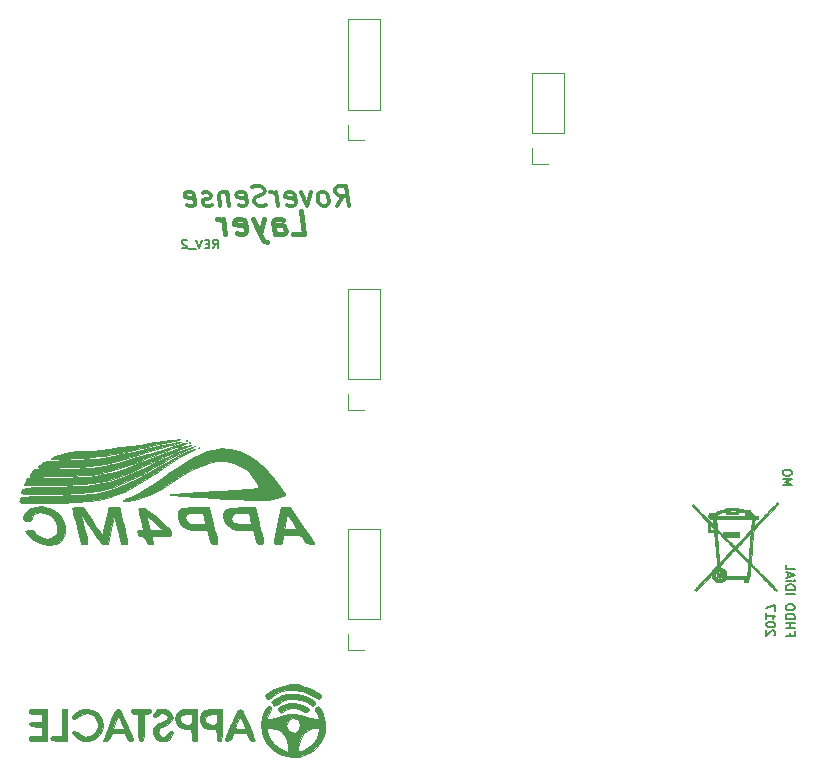
<source format=gbo>
G04 #@! TF.FileFunction,Legend,Bot*
%FSLAX46Y46*%
G04 Gerber Fmt 4.6, Leading zero omitted, Abs format (unit mm)*
G04 Created by KiCad (PCBNEW 4.0.5) date 10/16/17 15:34:46*
%MOMM*%
%LPD*%
G01*
G04 APERTURE LIST*
%ADD10C,0.100000*%
%ADD11C,0.187500*%
%ADD12C,0.400000*%
%ADD13C,0.350000*%
%ADD14C,0.010000*%
%ADD15C,0.120000*%
G04 APERTURE END LIST*
D10*
D11*
X164296286Y-114379215D02*
X164332000Y-114343501D01*
X164367714Y-114272072D01*
X164367714Y-114093501D01*
X164332000Y-114022072D01*
X164296286Y-113986358D01*
X164224857Y-113950643D01*
X164153429Y-113950643D01*
X164046286Y-113986358D01*
X163617714Y-114414929D01*
X163617714Y-113950643D01*
X164367714Y-113486357D02*
X164367714Y-113414929D01*
X164332000Y-113343500D01*
X164296286Y-113307786D01*
X164224857Y-113272072D01*
X164082000Y-113236357D01*
X163903429Y-113236357D01*
X163760571Y-113272072D01*
X163689143Y-113307786D01*
X163653429Y-113343500D01*
X163617714Y-113414929D01*
X163617714Y-113486357D01*
X163653429Y-113557786D01*
X163689143Y-113593500D01*
X163760571Y-113629215D01*
X163903429Y-113664929D01*
X164082000Y-113664929D01*
X164224857Y-113629215D01*
X164296286Y-113593500D01*
X164332000Y-113557786D01*
X164367714Y-113486357D01*
X163617714Y-112522071D02*
X163617714Y-112950643D01*
X163617714Y-112736357D02*
X164367714Y-112736357D01*
X164260571Y-112807786D01*
X164189143Y-112879214D01*
X164153429Y-112950643D01*
X164367714Y-112272071D02*
X164367714Y-111772071D01*
X163617714Y-112093500D01*
X165014714Y-101671357D02*
X165764714Y-101671357D01*
X165229000Y-101421357D01*
X165764714Y-101171357D01*
X165014714Y-101171357D01*
X165764714Y-100671356D02*
X165764714Y-100528499D01*
X165729000Y-100457071D01*
X165657571Y-100385642D01*
X165514714Y-100349928D01*
X165264714Y-100349928D01*
X165121857Y-100385642D01*
X165050429Y-100457071D01*
X165014714Y-100528499D01*
X165014714Y-100671356D01*
X165050429Y-100742785D01*
X165121857Y-100814214D01*
X165264714Y-100849928D01*
X165514714Y-100849928D01*
X165657571Y-100814214D01*
X165729000Y-100742785D01*
X165764714Y-100671356D01*
X165661571Y-114138929D02*
X165661571Y-114388929D01*
X165268714Y-114388929D02*
X166018714Y-114388929D01*
X166018714Y-114031786D01*
X165268714Y-113746072D02*
X166018714Y-113746072D01*
X165661571Y-113746072D02*
X165661571Y-113317500D01*
X165268714Y-113317500D02*
X166018714Y-113317500D01*
X165268714Y-112960358D02*
X166018714Y-112960358D01*
X166018714Y-112781786D01*
X165983000Y-112674643D01*
X165911571Y-112603215D01*
X165840143Y-112567500D01*
X165697286Y-112531786D01*
X165590143Y-112531786D01*
X165447286Y-112567500D01*
X165375857Y-112603215D01*
X165304429Y-112674643D01*
X165268714Y-112781786D01*
X165268714Y-112960358D01*
X166018714Y-112067500D02*
X166018714Y-111924643D01*
X165983000Y-111853215D01*
X165911571Y-111781786D01*
X165768714Y-111746072D01*
X165518714Y-111746072D01*
X165375857Y-111781786D01*
X165304429Y-111853215D01*
X165268714Y-111924643D01*
X165268714Y-112067500D01*
X165304429Y-112138929D01*
X165375857Y-112210358D01*
X165518714Y-112246072D01*
X165768714Y-112246072D01*
X165911571Y-112210358D01*
X165983000Y-112138929D01*
X166018714Y-112067500D01*
X165268714Y-110853215D02*
X166018714Y-110853215D01*
X165268714Y-110496072D02*
X166018714Y-110496072D01*
X166018714Y-110317500D01*
X165983000Y-110210357D01*
X165911571Y-110138929D01*
X165840143Y-110103214D01*
X165697286Y-110067500D01*
X165590143Y-110067500D01*
X165447286Y-110103214D01*
X165375857Y-110138929D01*
X165304429Y-110210357D01*
X165268714Y-110317500D01*
X165268714Y-110496072D01*
X165268714Y-109746072D02*
X165768714Y-109746072D01*
X166018714Y-109746072D02*
X165983000Y-109781786D01*
X165947286Y-109746072D01*
X165983000Y-109710357D01*
X166018714Y-109746072D01*
X165947286Y-109746072D01*
X165483000Y-109424643D02*
X165483000Y-109067500D01*
X165268714Y-109496071D02*
X166018714Y-109246071D01*
X165268714Y-108996071D01*
X165268714Y-108388929D02*
X165268714Y-108746072D01*
X166018714Y-108746072D01*
X116753188Y-81619286D02*
X117003188Y-81262143D01*
X117181760Y-81619286D02*
X117181760Y-80869286D01*
X116896045Y-80869286D01*
X116824617Y-80905000D01*
X116788902Y-80940714D01*
X116753188Y-81012143D01*
X116753188Y-81119286D01*
X116788902Y-81190714D01*
X116824617Y-81226429D01*
X116896045Y-81262143D01*
X117181760Y-81262143D01*
X116431760Y-81226429D02*
X116181760Y-81226429D01*
X116074617Y-81619286D02*
X116431760Y-81619286D01*
X116431760Y-80869286D01*
X116074617Y-80869286D01*
X115860331Y-80869286D02*
X115610331Y-81619286D01*
X115360331Y-80869286D01*
X115288903Y-81690714D02*
X114717474Y-81690714D01*
X114574617Y-80940714D02*
X114538903Y-80905000D01*
X114467474Y-80869286D01*
X114288903Y-80869286D01*
X114217474Y-80905000D01*
X114181760Y-80940714D01*
X114146045Y-81012143D01*
X114146045Y-81083571D01*
X114181760Y-81190714D01*
X114610331Y-81619286D01*
X114146045Y-81619286D01*
D12*
X123530745Y-80422002D02*
X124483126Y-80422002D01*
X124233126Y-78422002D01*
X122006935Y-80422002D02*
X121875983Y-79374383D01*
X121947411Y-79183907D01*
X122125983Y-79088669D01*
X122506935Y-79088669D01*
X122709316Y-79183907D01*
X121995030Y-80326764D02*
X122197411Y-80422002D01*
X122673601Y-80422002D01*
X122852173Y-80326764D01*
X122923602Y-80136288D01*
X122899792Y-79945811D01*
X122780745Y-79755335D01*
X122578363Y-79660097D01*
X122102173Y-79660097D01*
X121899792Y-79564859D01*
X121078364Y-79088669D02*
X120768839Y-80422002D01*
X120125983Y-79088669D02*
X120768839Y-80422002D01*
X121018839Y-80898192D01*
X121125983Y-80993430D01*
X121328364Y-81088669D01*
X118756934Y-80326764D02*
X118959315Y-80422002D01*
X119340267Y-80422002D01*
X119518839Y-80326764D01*
X119590268Y-80136288D01*
X119495030Y-79374383D01*
X119375982Y-79183907D01*
X119173601Y-79088669D01*
X118792649Y-79088669D01*
X118614077Y-79183907D01*
X118542649Y-79374383D01*
X118566458Y-79564859D01*
X119542649Y-79755335D01*
X117816458Y-80422002D02*
X117649792Y-79088669D01*
X117697411Y-79469621D02*
X117578362Y-79279145D01*
X117471219Y-79183907D01*
X117268839Y-79088669D01*
X117078363Y-79088669D01*
D13*
X127275579Y-78000288D02*
X127741054Y-77190764D01*
X128247007Y-78000288D02*
X128034507Y-76300288D01*
X127386888Y-76300288D01*
X127235102Y-76381240D01*
X127164269Y-76462192D01*
X127103555Y-76624097D01*
X127133912Y-76866954D01*
X127235102Y-77028859D01*
X127326173Y-77109811D01*
X127498197Y-77190764D01*
X128145816Y-77190764D01*
X126304150Y-78000288D02*
X126455936Y-77919335D01*
X126526769Y-77838383D01*
X126587483Y-77676478D01*
X126526768Y-77190764D01*
X126425578Y-77028859D01*
X126334507Y-76947907D01*
X126162483Y-76866954D01*
X125919626Y-76866954D01*
X125767840Y-76947907D01*
X125697007Y-77028859D01*
X125636292Y-77190764D01*
X125697007Y-77676478D01*
X125798198Y-77838383D01*
X125889269Y-77919335D01*
X126061293Y-78000288D01*
X126304150Y-78000288D01*
X125029150Y-76866954D02*
X124766055Y-78000288D01*
X124219626Y-76866954D01*
X123055936Y-77919335D02*
X123227960Y-78000288D01*
X123551769Y-78000288D01*
X123703555Y-77919335D01*
X123764269Y-77757430D01*
X123683316Y-77109811D01*
X123582126Y-76947907D01*
X123410102Y-76866954D01*
X123086293Y-76866954D01*
X122934507Y-76947907D01*
X122873793Y-77109811D01*
X122894031Y-77271716D01*
X123723793Y-77433621D01*
X122256531Y-78000288D02*
X122114864Y-76866954D01*
X122155340Y-77190764D02*
X122054150Y-77028859D01*
X121963078Y-76947907D01*
X121791055Y-76866954D01*
X121629150Y-76866954D01*
X121274983Y-77919335D02*
X121042245Y-78000288D01*
X120637483Y-78000288D01*
X120465460Y-77919335D01*
X120374388Y-77838383D01*
X120273198Y-77676478D01*
X120252960Y-77514573D01*
X120313674Y-77352669D01*
X120384507Y-77271716D01*
X120536292Y-77190764D01*
X120849983Y-77109811D01*
X121001769Y-77028859D01*
X121072602Y-76947907D01*
X121133316Y-76786002D01*
X121113078Y-76624097D01*
X121011888Y-76462192D01*
X120920817Y-76381240D01*
X120748793Y-76300288D01*
X120344031Y-76300288D01*
X120111293Y-76381240D01*
X118927364Y-77919335D02*
X119099388Y-78000288D01*
X119423197Y-78000288D01*
X119574983Y-77919335D01*
X119635697Y-77757430D01*
X119554744Y-77109811D01*
X119453554Y-76947907D01*
X119281530Y-76866954D01*
X118957721Y-76866954D01*
X118805935Y-76947907D01*
X118745221Y-77109811D01*
X118765459Y-77271716D01*
X119595221Y-77433621D01*
X117986292Y-76866954D02*
X118127959Y-78000288D01*
X118006530Y-77028859D02*
X117915459Y-76947907D01*
X117743435Y-76866954D01*
X117500578Y-76866954D01*
X117348792Y-76947907D01*
X117288078Y-77109811D01*
X117399388Y-78000288D01*
X116660697Y-77919335D02*
X116508912Y-78000288D01*
X116185102Y-78000288D01*
X116013078Y-77919335D01*
X115911888Y-77757430D01*
X115901769Y-77676478D01*
X115962483Y-77514573D01*
X116114269Y-77433621D01*
X116357126Y-77433621D01*
X116508912Y-77352669D01*
X116569625Y-77190764D01*
X116559506Y-77109811D01*
X116458316Y-76947907D01*
X116286292Y-76866954D01*
X116043435Y-76866954D01*
X115891649Y-76947907D01*
X114555936Y-77919335D02*
X114727960Y-78000288D01*
X115051769Y-78000288D01*
X115203555Y-77919335D01*
X115264269Y-77757430D01*
X115183316Y-77109811D01*
X115082126Y-76947907D01*
X114910102Y-76866954D01*
X114586293Y-76866954D01*
X114434507Y-76947907D01*
X114373793Y-77109811D01*
X114394031Y-77271716D01*
X115223793Y-77433621D01*
D14*
G36*
X164500312Y-103137266D02*
X164463032Y-103174538D01*
X164404702Y-103234157D01*
X164327256Y-103314109D01*
X164232628Y-103412381D01*
X164122752Y-103526958D01*
X163999562Y-103655826D01*
X163864994Y-103796971D01*
X163720982Y-103948380D01*
X163569459Y-104108037D01*
X163539994Y-104139124D01*
X163387459Y-104299908D01*
X163242208Y-104452663D01*
X163106158Y-104595395D01*
X162981225Y-104726110D01*
X162869328Y-104842813D01*
X162772383Y-104943507D01*
X162692308Y-105026199D01*
X162631020Y-105088894D01*
X162590436Y-105129595D01*
X162572473Y-105146310D01*
X162571767Y-105146601D01*
X162570854Y-105127249D01*
X162572805Y-105079256D01*
X162577036Y-105010105D01*
X162582965Y-104927277D01*
X162590009Y-104838254D01*
X162597584Y-104750516D01*
X162605108Y-104671547D01*
X162611998Y-104608827D01*
X162615915Y-104579965D01*
X162622304Y-104539143D01*
X162406477Y-104539143D01*
X162397851Y-104579965D01*
X162393927Y-104609559D01*
X162387789Y-104669452D01*
X162379975Y-104753759D01*
X162371023Y-104856599D01*
X162361469Y-104972088D01*
X162357646Y-105019929D01*
X162326067Y-105419072D01*
X162016676Y-105744918D01*
X161916463Y-105850546D01*
X161798941Y-105974553D01*
X161671702Y-106108924D01*
X161542333Y-106245641D01*
X161418425Y-106376687D01*
X161335357Y-106464613D01*
X161241540Y-106563692D01*
X161155799Y-106653732D01*
X161081275Y-106731473D01*
X161021111Y-106793656D01*
X160978448Y-106837023D01*
X160956429Y-106858315D01*
X160954205Y-106859946D01*
X160939615Y-106847956D01*
X160902573Y-106813269D01*
X160846205Y-106758930D01*
X160773632Y-106687984D01*
X160687977Y-106603476D01*
X160592364Y-106508450D01*
X160537071Y-106453215D01*
X160129159Y-106045000D01*
X161280928Y-106045000D01*
X161280928Y-105609572D01*
X159956499Y-105609572D01*
X159956499Y-105854031D01*
X159470710Y-105369108D01*
X159162388Y-105369108D01*
X159160136Y-105414536D01*
X159142505Y-105421050D01*
X159097631Y-105425863D01*
X159034548Y-105428087D01*
X159022142Y-105428143D01*
X158886071Y-105428143D01*
X158886071Y-105237005D01*
X158886636Y-105147546D01*
X158891042Y-105090502D01*
X158903358Y-105064637D01*
X158927651Y-105068715D01*
X158967989Y-105101501D01*
X159028439Y-105161757D01*
X159052496Y-105186434D01*
X159113957Y-105255792D01*
X159149226Y-105313799D01*
X159162388Y-105369108D01*
X159470710Y-105369108D01*
X159430357Y-105328827D01*
X159430357Y-104865715D01*
X159385822Y-104865715D01*
X159364363Y-104863738D01*
X159349057Y-104853854D01*
X159337965Y-104830138D01*
X159329153Y-104786660D01*
X159320684Y-104717494D01*
X159313223Y-104643465D01*
X159303040Y-104539143D01*
X162406477Y-104539143D01*
X162622304Y-104539143D01*
X162625144Y-104521000D01*
X162877500Y-104521000D01*
X162877500Y-104303286D01*
X162647153Y-104303286D01*
X162639668Y-104286685D01*
X162405785Y-104286685D01*
X162389379Y-104295777D01*
X162347059Y-104301807D01*
X162305999Y-104303286D01*
X162206214Y-104303286D01*
X162206214Y-104212572D01*
X162209018Y-104160819D01*
X162213139Y-104141942D01*
X161825214Y-104141942D01*
X161825214Y-104303286D01*
X160573357Y-104303286D01*
X160363859Y-104303134D01*
X160165350Y-104302693D01*
X159980752Y-104301990D01*
X159812990Y-104301050D01*
X159664988Y-104299897D01*
X159539670Y-104298557D01*
X159439961Y-104297055D01*
X159368784Y-104295417D01*
X159329064Y-104293667D01*
X159321499Y-104292480D01*
X159335241Y-104260364D01*
X159371172Y-104216394D01*
X159421349Y-104168933D01*
X159477833Y-104126345D01*
X159481509Y-104123960D01*
X159586610Y-104067400D01*
X159716784Y-104017398D01*
X159876793Y-103972222D01*
X159938357Y-103957763D01*
X160033538Y-103936748D01*
X160098894Y-103925095D01*
X160140031Y-103924332D01*
X160162555Y-103935988D01*
X160172072Y-103961592D01*
X160174185Y-104002671D01*
X160174214Y-104022072D01*
X160174214Y-104121858D01*
X161244642Y-104121858D01*
X161244642Y-103904143D01*
X161026928Y-103904143D01*
X160389518Y-103904143D01*
X160395259Y-103854250D01*
X160400999Y-103804358D01*
X160713964Y-103799394D01*
X161026928Y-103794429D01*
X161026928Y-103904143D01*
X161244642Y-103904143D01*
X161244642Y-103889453D01*
X161321750Y-103897889D01*
X161390026Y-103906150D01*
X161472293Y-103917279D01*
X161560185Y-103929999D01*
X161645338Y-103943030D01*
X161719386Y-103955092D01*
X161773965Y-103964908D01*
X161800422Y-103971083D01*
X161813260Y-103986800D01*
X161821117Y-104025459D01*
X161824746Y-104092261D01*
X161825214Y-104141942D01*
X162213139Y-104141942D01*
X162216189Y-104127974D01*
X162221802Y-104121858D01*
X162244126Y-104133346D01*
X162282016Y-104162316D01*
X162326275Y-104200528D01*
X162367704Y-104239741D01*
X162397104Y-104271714D01*
X162405785Y-104286685D01*
X162639668Y-104286685D01*
X162614294Y-104230417D01*
X162567814Y-104155276D01*
X162497646Y-104075431D01*
X162413496Y-104000363D01*
X162325076Y-103939554D01*
X162305271Y-103928642D01*
X162250838Y-103898897D01*
X162221239Y-103875493D01*
X162208910Y-103848439D01*
X162206283Y-103807742D01*
X162206257Y-103797864D01*
X162206214Y-103718799D01*
X161993035Y-103727191D01*
X161858732Y-103728571D01*
X161726311Y-103722989D01*
X161616571Y-103711678D01*
X161527635Y-103699155D01*
X161437689Y-103687307D01*
X161363141Y-103678276D01*
X161348964Y-103676724D01*
X161290040Y-103669094D01*
X161258746Y-103659182D01*
X161246497Y-103642429D01*
X161244642Y-103621350D01*
X161244642Y-103577024D01*
X160713964Y-103581834D01*
X160183285Y-103586643D01*
X160177766Y-103643375D01*
X160172568Y-103675410D01*
X160158839Y-103693722D01*
X160127474Y-103703954D01*
X160069370Y-103711746D01*
X160067013Y-103712013D01*
X159925539Y-103735203D01*
X159778594Y-103771971D01*
X159634307Y-103819285D01*
X159500809Y-103874110D01*
X159386228Y-103933414D01*
X159298695Y-103994165D01*
X159289748Y-104001991D01*
X159247568Y-104038462D01*
X159216618Y-104062217D01*
X159206713Y-104067429D01*
X159186657Y-104058058D01*
X159148159Y-104034358D01*
X159127269Y-104020420D01*
X159078856Y-103992099D01*
X159032547Y-103979867D01*
X158970978Y-103979634D01*
X158957818Y-103980488D01*
X158863690Y-103997720D01*
X158792325Y-104037958D01*
X158734580Y-104106922D01*
X158721872Y-104128137D01*
X158694809Y-104190998D01*
X158688644Y-104257135D01*
X158690544Y-104284569D01*
X158715894Y-104385402D01*
X158768541Y-104463692D01*
X158845450Y-104516805D01*
X158943583Y-104542105D01*
X158989493Y-104543823D01*
X159083843Y-104541972D01*
X159092956Y-104617665D01*
X159100968Y-104685726D01*
X159109590Y-104761121D01*
X159111652Y-104779536D01*
X159121234Y-104865715D01*
X159050542Y-104865715D01*
X159035469Y-104865111D01*
X159020085Y-104862030D01*
X159002350Y-104854571D01*
X158980223Y-104840831D01*
X158951665Y-104818906D01*
X158914636Y-104786896D01*
X158867097Y-104742896D01*
X158807006Y-104685006D01*
X158732324Y-104611322D01*
X158641012Y-104519941D01*
X158531029Y-104408962D01*
X158400335Y-104276482D01*
X158246891Y-104120598D01*
X158194608Y-104067452D01*
X157409366Y-103269189D01*
X157357933Y-103318465D01*
X157326155Y-103355487D01*
X157311551Y-103385801D01*
X157311607Y-103390952D01*
X157324954Y-103407915D01*
X157361474Y-103448252D01*
X157418832Y-103509527D01*
X157494696Y-103589304D01*
X157586730Y-103685150D01*
X157692600Y-103794628D01*
X157809973Y-103915304D01*
X157936515Y-104044743D01*
X158012658Y-104122331D01*
X158708602Y-104830500D01*
X158702800Y-105609572D01*
X159190319Y-105609572D01*
X159201644Y-105704822D01*
X159206694Y-105751396D01*
X159214453Y-105828430D01*
X159224597Y-105932394D01*
X159236804Y-106059758D01*
X159250749Y-106206990D01*
X159266110Y-106370559D01*
X159282561Y-106546936D01*
X159299779Y-106732589D01*
X159317442Y-106923987D01*
X159335225Y-107117600D01*
X159352804Y-107309897D01*
X159369857Y-107497347D01*
X159386059Y-107676420D01*
X159401086Y-107843584D01*
X159414616Y-107995309D01*
X159426323Y-108128064D01*
X159435886Y-108238319D01*
X159442980Y-108322542D01*
X159447281Y-108377204D01*
X159448499Y-108397870D01*
X159447026Y-108411710D01*
X159441447Y-108428161D01*
X159430025Y-108449184D01*
X159411022Y-108476738D01*
X159382700Y-108512783D01*
X159343321Y-108559281D01*
X159291147Y-108618192D01*
X159224441Y-108691475D01*
X159141465Y-108781092D01*
X159040480Y-108889002D01*
X158919750Y-109017167D01*
X158777536Y-109167545D01*
X158612100Y-109342099D01*
X158602096Y-109352647D01*
X158455080Y-109507604D01*
X158312448Y-109657838D01*
X158176645Y-109800780D01*
X158050119Y-109933859D01*
X157935314Y-110054507D01*
X157834678Y-110160152D01*
X157750655Y-110248224D01*
X157685693Y-110316154D01*
X157642236Y-110361372D01*
X157631175Y-110372779D01*
X157506657Y-110500486D01*
X157567698Y-110559649D01*
X157628740Y-110618813D01*
X158307298Y-109901471D01*
X158985857Y-109184129D01*
X158999325Y-109315458D01*
X159031150Y-109471121D01*
X159091092Y-109605665D01*
X159176767Y-109716899D01*
X159285792Y-109802636D01*
X159415785Y-109860684D01*
X159564362Y-109888856D01*
X159626073Y-109891272D01*
X159710060Y-109888561D01*
X159774937Y-109878098D01*
X159837631Y-109856362D01*
X159874857Y-109839497D01*
X159931929Y-109806306D01*
X159994591Y-109760453D01*
X160055586Y-109708539D01*
X160107660Y-109657164D01*
X160143558Y-109612929D01*
X160156071Y-109583635D01*
X160172513Y-109578369D01*
X160222191Y-109573981D01*
X160305635Y-109570456D01*
X160423373Y-109567783D01*
X160575936Y-109565948D01*
X160763852Y-109564938D01*
X160927142Y-109564715D01*
X161698214Y-109564715D01*
X161698214Y-109891286D01*
X162097357Y-109891286D01*
X162097357Y-109736202D01*
X162098275Y-109659219D01*
X162102429Y-109609264D01*
X162111919Y-109577100D01*
X162128842Y-109553486D01*
X162141669Y-109541166D01*
X162154869Y-109528025D01*
X162165632Y-109512138D01*
X162174632Y-109489199D01*
X162182545Y-109454902D01*
X162190048Y-109404942D01*
X162197816Y-109335012D01*
X162206526Y-109240807D01*
X162216852Y-109118021D01*
X162226249Y-109002286D01*
X162237169Y-108871335D01*
X162247768Y-108752287D01*
X162257567Y-108649919D01*
X162266086Y-108569004D01*
X162272846Y-108514319D01*
X162277369Y-108490639D01*
X162277632Y-108490213D01*
X162291851Y-108500602D01*
X162329271Y-108534926D01*
X162387797Y-108591104D01*
X162465336Y-108667055D01*
X162559793Y-108760698D01*
X162669075Y-108869951D01*
X162791087Y-108992733D01*
X162923736Y-109126964D01*
X163064927Y-109270561D01*
X163144703Y-109351999D01*
X163296514Y-109507089D01*
X163446016Y-109659655D01*
X163590429Y-109806872D01*
X163726972Y-109945911D01*
X163852865Y-110073946D01*
X163965329Y-110188150D01*
X164061582Y-110285696D01*
X164138844Y-110363757D01*
X164194335Y-110419506D01*
X164205932Y-110431069D01*
X164411204Y-110635208D01*
X164526578Y-110519834D01*
X163634003Y-109614757D01*
X163478134Y-109456589D01*
X163324251Y-109300217D01*
X163175140Y-109148485D01*
X163033585Y-109004237D01*
X162902372Y-108870316D01*
X162784285Y-108749566D01*
X162682110Y-108644830D01*
X162598632Y-108558952D01*
X162536636Y-108494776D01*
X162516696Y-108473953D01*
X162325954Y-108273878D01*
X162080332Y-108273878D01*
X162034416Y-108792640D01*
X162022602Y-108927023D01*
X162011914Y-109050352D01*
X162002759Y-109157793D01*
X161995544Y-109244511D01*
X161990674Y-109305672D01*
X161988557Y-109336441D01*
X161988499Y-109338447D01*
X161984982Y-109344696D01*
X161972497Y-109349866D01*
X161948143Y-109354030D01*
X161909018Y-109357263D01*
X161852221Y-109359638D01*
X161774852Y-109361229D01*
X161674009Y-109362111D01*
X161546791Y-109362358D01*
X161390296Y-109362043D01*
X161201624Y-109361241D01*
X161113107Y-109360782D01*
X160237714Y-109356072D01*
X160243455Y-109314864D01*
X160242383Y-109254090D01*
X160240062Y-109240870D01*
X159933061Y-109240870D01*
X159930361Y-109343000D01*
X159896578Y-109438469D01*
X159833866Y-109520063D01*
X159775591Y-109564064D01*
X159694837Y-109593477D01*
X159600904Y-109599248D01*
X159507332Y-109582290D01*
X159427662Y-109543511D01*
X159423444Y-109540377D01*
X159348918Y-109462936D01*
X159304952Y-109371685D01*
X159292295Y-109273310D01*
X159311698Y-109174498D01*
X159363912Y-109081937D01*
X159371022Y-109073216D01*
X159446715Y-109008880D01*
X159535936Y-108973128D01*
X159631169Y-108965026D01*
X159724897Y-108983640D01*
X159809604Y-109028034D01*
X159877772Y-109097275D01*
X159902522Y-109139290D01*
X159933061Y-109240870D01*
X160240062Y-109240870D01*
X160228305Y-109173919D01*
X160204466Y-109087396D01*
X160174106Y-109007569D01*
X160159900Y-108978636D01*
X160078224Y-108864401D01*
X159969343Y-108771066D01*
X159837897Y-108702148D01*
X159761362Y-108676909D01*
X159713210Y-108661414D01*
X159690871Y-108642627D01*
X159684577Y-108610139D01*
X159684357Y-108594856D01*
X159681320Y-108544086D01*
X159673990Y-108506539D01*
X159673756Y-108505914D01*
X159681914Y-108487438D01*
X159712533Y-108446807D01*
X159766100Y-108383475D01*
X159843104Y-108296898D01*
X159944032Y-108186533D01*
X160069373Y-108051834D01*
X160219615Y-107892256D01*
X160302089Y-107805220D01*
X160426127Y-107674927D01*
X160542744Y-107553145D01*
X160649549Y-107442321D01*
X160744150Y-107344905D01*
X160824152Y-107263345D01*
X160887164Y-107200090D01*
X160930794Y-107157590D01*
X160952647Y-107138292D01*
X160954611Y-107137397D01*
X160969790Y-107151042D01*
X161007711Y-107187947D01*
X161065720Y-107245452D01*
X161141164Y-107320900D01*
X161231390Y-107411630D01*
X161333746Y-107514986D01*
X161445578Y-107628307D01*
X161524265Y-107708261D01*
X162080332Y-108273878D01*
X162325954Y-108273878D01*
X162291964Y-108238226D01*
X162509022Y-105724009D01*
X162290413Y-105724009D01*
X162290063Y-105742625D01*
X162286884Y-105793622D01*
X162281189Y-105873230D01*
X162273290Y-105977681D01*
X162263502Y-106103207D01*
X162252138Y-106246037D01*
X162239510Y-106402404D01*
X162225932Y-106568538D01*
X162211717Y-106740671D01*
X162197179Y-106915034D01*
X162182631Y-107087858D01*
X162168386Y-107255374D01*
X162154757Y-107413813D01*
X162142058Y-107559407D01*
X162130602Y-107688387D01*
X162120701Y-107796983D01*
X162112670Y-107881428D01*
X162106822Y-107937951D01*
X162105373Y-107950242D01*
X162095133Y-108032127D01*
X161592780Y-107527693D01*
X161481904Y-107415746D01*
X161379507Y-107311181D01*
X161288349Y-107216906D01*
X161211188Y-107135826D01*
X161150784Y-107070848D01*
X161109895Y-107024876D01*
X161091279Y-107000818D01*
X161090938Y-106999896D01*
X160825212Y-106999896D01*
X160241401Y-107614382D01*
X159657590Y-108228869D01*
X159644929Y-108148399D01*
X159641115Y-108116806D01*
X159634305Y-108052301D01*
X159624811Y-107958104D01*
X159612943Y-107837439D01*
X159599013Y-107693527D01*
X159583330Y-107529591D01*
X159566208Y-107348852D01*
X159547955Y-107154532D01*
X159528884Y-106949853D01*
X159520277Y-106856953D01*
X159501390Y-106650428D01*
X159483849Y-106454112D01*
X159467899Y-106271057D01*
X159453787Y-106104317D01*
X159441760Y-105956945D01*
X159432065Y-105831995D01*
X159424947Y-105732520D01*
X159420655Y-105661573D01*
X159419433Y-105622208D01*
X159420024Y-105615388D01*
X159423286Y-105608332D01*
X159428153Y-105604412D01*
X159436486Y-105605415D01*
X159450148Y-105613127D01*
X159471001Y-105629336D01*
X159500907Y-105655829D01*
X159541728Y-105694391D01*
X159595326Y-105746811D01*
X159663563Y-105814874D01*
X159748302Y-105900369D01*
X159851405Y-106005081D01*
X159974733Y-106130798D01*
X160120149Y-106279306D01*
X160247112Y-106409055D01*
X160825212Y-106999896D01*
X161090938Y-106999896D01*
X161090428Y-106998521D01*
X161102373Y-106981395D01*
X161136261Y-106941521D01*
X161189168Y-106882004D01*
X161258174Y-106805947D01*
X161340355Y-106716453D01*
X161432789Y-106616626D01*
X161532554Y-106509571D01*
X161636728Y-106398391D01*
X161742389Y-106286189D01*
X161846613Y-106176070D01*
X161946480Y-106071137D01*
X162039066Y-105974493D01*
X162121450Y-105889244D01*
X162190709Y-105818492D01*
X162243921Y-105765340D01*
X162278164Y-105732894D01*
X162290413Y-105724009D01*
X162509022Y-105724009D01*
X162533412Y-105441506D01*
X162794058Y-105167217D01*
X162854308Y-105103783D01*
X162936393Y-105017310D01*
X163037188Y-104911095D01*
X163153563Y-104788436D01*
X163282394Y-104652627D01*
X163420551Y-104506967D01*
X163564909Y-104354751D01*
X163712340Y-104199275D01*
X163845950Y-104058358D01*
X164637196Y-103223786D01*
X164582562Y-103173893D01*
X164545209Y-103142588D01*
X164518796Y-103125468D01*
X164514606Y-103124357D01*
X164500312Y-103137266D01*
X164500312Y-103137266D01*
G37*
X164500312Y-103137266D02*
X164463032Y-103174538D01*
X164404702Y-103234157D01*
X164327256Y-103314109D01*
X164232628Y-103412381D01*
X164122752Y-103526958D01*
X163999562Y-103655826D01*
X163864994Y-103796971D01*
X163720982Y-103948380D01*
X163569459Y-104108037D01*
X163539994Y-104139124D01*
X163387459Y-104299908D01*
X163242208Y-104452663D01*
X163106158Y-104595395D01*
X162981225Y-104726110D01*
X162869328Y-104842813D01*
X162772383Y-104943507D01*
X162692308Y-105026199D01*
X162631020Y-105088894D01*
X162590436Y-105129595D01*
X162572473Y-105146310D01*
X162571767Y-105146601D01*
X162570854Y-105127249D01*
X162572805Y-105079256D01*
X162577036Y-105010105D01*
X162582965Y-104927277D01*
X162590009Y-104838254D01*
X162597584Y-104750516D01*
X162605108Y-104671547D01*
X162611998Y-104608827D01*
X162615915Y-104579965D01*
X162622304Y-104539143D01*
X162406477Y-104539143D01*
X162397851Y-104579965D01*
X162393927Y-104609559D01*
X162387789Y-104669452D01*
X162379975Y-104753759D01*
X162371023Y-104856599D01*
X162361469Y-104972088D01*
X162357646Y-105019929D01*
X162326067Y-105419072D01*
X162016676Y-105744918D01*
X161916463Y-105850546D01*
X161798941Y-105974553D01*
X161671702Y-106108924D01*
X161542333Y-106245641D01*
X161418425Y-106376687D01*
X161335357Y-106464613D01*
X161241540Y-106563692D01*
X161155799Y-106653732D01*
X161081275Y-106731473D01*
X161021111Y-106793656D01*
X160978448Y-106837023D01*
X160956429Y-106858315D01*
X160954205Y-106859946D01*
X160939615Y-106847956D01*
X160902573Y-106813269D01*
X160846205Y-106758930D01*
X160773632Y-106687984D01*
X160687977Y-106603476D01*
X160592364Y-106508450D01*
X160537071Y-106453215D01*
X160129159Y-106045000D01*
X161280928Y-106045000D01*
X161280928Y-105609572D01*
X159956499Y-105609572D01*
X159956499Y-105854031D01*
X159470710Y-105369108D01*
X159162388Y-105369108D01*
X159160136Y-105414536D01*
X159142505Y-105421050D01*
X159097631Y-105425863D01*
X159034548Y-105428087D01*
X159022142Y-105428143D01*
X158886071Y-105428143D01*
X158886071Y-105237005D01*
X158886636Y-105147546D01*
X158891042Y-105090502D01*
X158903358Y-105064637D01*
X158927651Y-105068715D01*
X158967989Y-105101501D01*
X159028439Y-105161757D01*
X159052496Y-105186434D01*
X159113957Y-105255792D01*
X159149226Y-105313799D01*
X159162388Y-105369108D01*
X159470710Y-105369108D01*
X159430357Y-105328827D01*
X159430357Y-104865715D01*
X159385822Y-104865715D01*
X159364363Y-104863738D01*
X159349057Y-104853854D01*
X159337965Y-104830138D01*
X159329153Y-104786660D01*
X159320684Y-104717494D01*
X159313223Y-104643465D01*
X159303040Y-104539143D01*
X162406477Y-104539143D01*
X162622304Y-104539143D01*
X162625144Y-104521000D01*
X162877500Y-104521000D01*
X162877500Y-104303286D01*
X162647153Y-104303286D01*
X162639668Y-104286685D01*
X162405785Y-104286685D01*
X162389379Y-104295777D01*
X162347059Y-104301807D01*
X162305999Y-104303286D01*
X162206214Y-104303286D01*
X162206214Y-104212572D01*
X162209018Y-104160819D01*
X162213139Y-104141942D01*
X161825214Y-104141942D01*
X161825214Y-104303286D01*
X160573357Y-104303286D01*
X160363859Y-104303134D01*
X160165350Y-104302693D01*
X159980752Y-104301990D01*
X159812990Y-104301050D01*
X159664988Y-104299897D01*
X159539670Y-104298557D01*
X159439961Y-104297055D01*
X159368784Y-104295417D01*
X159329064Y-104293667D01*
X159321499Y-104292480D01*
X159335241Y-104260364D01*
X159371172Y-104216394D01*
X159421349Y-104168933D01*
X159477833Y-104126345D01*
X159481509Y-104123960D01*
X159586610Y-104067400D01*
X159716784Y-104017398D01*
X159876793Y-103972222D01*
X159938357Y-103957763D01*
X160033538Y-103936748D01*
X160098894Y-103925095D01*
X160140031Y-103924332D01*
X160162555Y-103935988D01*
X160172072Y-103961592D01*
X160174185Y-104002671D01*
X160174214Y-104022072D01*
X160174214Y-104121858D01*
X161244642Y-104121858D01*
X161244642Y-103904143D01*
X161026928Y-103904143D01*
X160389518Y-103904143D01*
X160395259Y-103854250D01*
X160400999Y-103804358D01*
X160713964Y-103799394D01*
X161026928Y-103794429D01*
X161026928Y-103904143D01*
X161244642Y-103904143D01*
X161244642Y-103889453D01*
X161321750Y-103897889D01*
X161390026Y-103906150D01*
X161472293Y-103917279D01*
X161560185Y-103929999D01*
X161645338Y-103943030D01*
X161719386Y-103955092D01*
X161773965Y-103964908D01*
X161800422Y-103971083D01*
X161813260Y-103986800D01*
X161821117Y-104025459D01*
X161824746Y-104092261D01*
X161825214Y-104141942D01*
X162213139Y-104141942D01*
X162216189Y-104127974D01*
X162221802Y-104121858D01*
X162244126Y-104133346D01*
X162282016Y-104162316D01*
X162326275Y-104200528D01*
X162367704Y-104239741D01*
X162397104Y-104271714D01*
X162405785Y-104286685D01*
X162639668Y-104286685D01*
X162614294Y-104230417D01*
X162567814Y-104155276D01*
X162497646Y-104075431D01*
X162413496Y-104000363D01*
X162325076Y-103939554D01*
X162305271Y-103928642D01*
X162250838Y-103898897D01*
X162221239Y-103875493D01*
X162208910Y-103848439D01*
X162206283Y-103807742D01*
X162206257Y-103797864D01*
X162206214Y-103718799D01*
X161993035Y-103727191D01*
X161858732Y-103728571D01*
X161726311Y-103722989D01*
X161616571Y-103711678D01*
X161527635Y-103699155D01*
X161437689Y-103687307D01*
X161363141Y-103678276D01*
X161348964Y-103676724D01*
X161290040Y-103669094D01*
X161258746Y-103659182D01*
X161246497Y-103642429D01*
X161244642Y-103621350D01*
X161244642Y-103577024D01*
X160713964Y-103581834D01*
X160183285Y-103586643D01*
X160177766Y-103643375D01*
X160172568Y-103675410D01*
X160158839Y-103693722D01*
X160127474Y-103703954D01*
X160069370Y-103711746D01*
X160067013Y-103712013D01*
X159925539Y-103735203D01*
X159778594Y-103771971D01*
X159634307Y-103819285D01*
X159500809Y-103874110D01*
X159386228Y-103933414D01*
X159298695Y-103994165D01*
X159289748Y-104001991D01*
X159247568Y-104038462D01*
X159216618Y-104062217D01*
X159206713Y-104067429D01*
X159186657Y-104058058D01*
X159148159Y-104034358D01*
X159127269Y-104020420D01*
X159078856Y-103992099D01*
X159032547Y-103979867D01*
X158970978Y-103979634D01*
X158957818Y-103980488D01*
X158863690Y-103997720D01*
X158792325Y-104037958D01*
X158734580Y-104106922D01*
X158721872Y-104128137D01*
X158694809Y-104190998D01*
X158688644Y-104257135D01*
X158690544Y-104284569D01*
X158715894Y-104385402D01*
X158768541Y-104463692D01*
X158845450Y-104516805D01*
X158943583Y-104542105D01*
X158989493Y-104543823D01*
X159083843Y-104541972D01*
X159092956Y-104617665D01*
X159100968Y-104685726D01*
X159109590Y-104761121D01*
X159111652Y-104779536D01*
X159121234Y-104865715D01*
X159050542Y-104865715D01*
X159035469Y-104865111D01*
X159020085Y-104862030D01*
X159002350Y-104854571D01*
X158980223Y-104840831D01*
X158951665Y-104818906D01*
X158914636Y-104786896D01*
X158867097Y-104742896D01*
X158807006Y-104685006D01*
X158732324Y-104611322D01*
X158641012Y-104519941D01*
X158531029Y-104408962D01*
X158400335Y-104276482D01*
X158246891Y-104120598D01*
X158194608Y-104067452D01*
X157409366Y-103269189D01*
X157357933Y-103318465D01*
X157326155Y-103355487D01*
X157311551Y-103385801D01*
X157311607Y-103390952D01*
X157324954Y-103407915D01*
X157361474Y-103448252D01*
X157418832Y-103509527D01*
X157494696Y-103589304D01*
X157586730Y-103685150D01*
X157692600Y-103794628D01*
X157809973Y-103915304D01*
X157936515Y-104044743D01*
X158012658Y-104122331D01*
X158708602Y-104830500D01*
X158702800Y-105609572D01*
X159190319Y-105609572D01*
X159201644Y-105704822D01*
X159206694Y-105751396D01*
X159214453Y-105828430D01*
X159224597Y-105932394D01*
X159236804Y-106059758D01*
X159250749Y-106206990D01*
X159266110Y-106370559D01*
X159282561Y-106546936D01*
X159299779Y-106732589D01*
X159317442Y-106923987D01*
X159335225Y-107117600D01*
X159352804Y-107309897D01*
X159369857Y-107497347D01*
X159386059Y-107676420D01*
X159401086Y-107843584D01*
X159414616Y-107995309D01*
X159426323Y-108128064D01*
X159435886Y-108238319D01*
X159442980Y-108322542D01*
X159447281Y-108377204D01*
X159448499Y-108397870D01*
X159447026Y-108411710D01*
X159441447Y-108428161D01*
X159430025Y-108449184D01*
X159411022Y-108476738D01*
X159382700Y-108512783D01*
X159343321Y-108559281D01*
X159291147Y-108618192D01*
X159224441Y-108691475D01*
X159141465Y-108781092D01*
X159040480Y-108889002D01*
X158919750Y-109017167D01*
X158777536Y-109167545D01*
X158612100Y-109342099D01*
X158602096Y-109352647D01*
X158455080Y-109507604D01*
X158312448Y-109657838D01*
X158176645Y-109800780D01*
X158050119Y-109933859D01*
X157935314Y-110054507D01*
X157834678Y-110160152D01*
X157750655Y-110248224D01*
X157685693Y-110316154D01*
X157642236Y-110361372D01*
X157631175Y-110372779D01*
X157506657Y-110500486D01*
X157567698Y-110559649D01*
X157628740Y-110618813D01*
X158307298Y-109901471D01*
X158985857Y-109184129D01*
X158999325Y-109315458D01*
X159031150Y-109471121D01*
X159091092Y-109605665D01*
X159176767Y-109716899D01*
X159285792Y-109802636D01*
X159415785Y-109860684D01*
X159564362Y-109888856D01*
X159626073Y-109891272D01*
X159710060Y-109888561D01*
X159774937Y-109878098D01*
X159837631Y-109856362D01*
X159874857Y-109839497D01*
X159931929Y-109806306D01*
X159994591Y-109760453D01*
X160055586Y-109708539D01*
X160107660Y-109657164D01*
X160143558Y-109612929D01*
X160156071Y-109583635D01*
X160172513Y-109578369D01*
X160222191Y-109573981D01*
X160305635Y-109570456D01*
X160423373Y-109567783D01*
X160575936Y-109565948D01*
X160763852Y-109564938D01*
X160927142Y-109564715D01*
X161698214Y-109564715D01*
X161698214Y-109891286D01*
X162097357Y-109891286D01*
X162097357Y-109736202D01*
X162098275Y-109659219D01*
X162102429Y-109609264D01*
X162111919Y-109577100D01*
X162128842Y-109553486D01*
X162141669Y-109541166D01*
X162154869Y-109528025D01*
X162165632Y-109512138D01*
X162174632Y-109489199D01*
X162182545Y-109454902D01*
X162190048Y-109404942D01*
X162197816Y-109335012D01*
X162206526Y-109240807D01*
X162216852Y-109118021D01*
X162226249Y-109002286D01*
X162237169Y-108871335D01*
X162247768Y-108752287D01*
X162257567Y-108649919D01*
X162266086Y-108569004D01*
X162272846Y-108514319D01*
X162277369Y-108490639D01*
X162277632Y-108490213D01*
X162291851Y-108500602D01*
X162329271Y-108534926D01*
X162387797Y-108591104D01*
X162465336Y-108667055D01*
X162559793Y-108760698D01*
X162669075Y-108869951D01*
X162791087Y-108992733D01*
X162923736Y-109126964D01*
X163064927Y-109270561D01*
X163144703Y-109351999D01*
X163296514Y-109507089D01*
X163446016Y-109659655D01*
X163590429Y-109806872D01*
X163726972Y-109945911D01*
X163852865Y-110073946D01*
X163965329Y-110188150D01*
X164061582Y-110285696D01*
X164138844Y-110363757D01*
X164194335Y-110419506D01*
X164205932Y-110431069D01*
X164411204Y-110635208D01*
X164526578Y-110519834D01*
X163634003Y-109614757D01*
X163478134Y-109456589D01*
X163324251Y-109300217D01*
X163175140Y-109148485D01*
X163033585Y-109004237D01*
X162902372Y-108870316D01*
X162784285Y-108749566D01*
X162682110Y-108644830D01*
X162598632Y-108558952D01*
X162536636Y-108494776D01*
X162516696Y-108473953D01*
X162325954Y-108273878D01*
X162080332Y-108273878D01*
X162034416Y-108792640D01*
X162022602Y-108927023D01*
X162011914Y-109050352D01*
X162002759Y-109157793D01*
X161995544Y-109244511D01*
X161990674Y-109305672D01*
X161988557Y-109336441D01*
X161988499Y-109338447D01*
X161984982Y-109344696D01*
X161972497Y-109349866D01*
X161948143Y-109354030D01*
X161909018Y-109357263D01*
X161852221Y-109359638D01*
X161774852Y-109361229D01*
X161674009Y-109362111D01*
X161546791Y-109362358D01*
X161390296Y-109362043D01*
X161201624Y-109361241D01*
X161113107Y-109360782D01*
X160237714Y-109356072D01*
X160243455Y-109314864D01*
X160242383Y-109254090D01*
X160240062Y-109240870D01*
X159933061Y-109240870D01*
X159930361Y-109343000D01*
X159896578Y-109438469D01*
X159833866Y-109520063D01*
X159775591Y-109564064D01*
X159694837Y-109593477D01*
X159600904Y-109599248D01*
X159507332Y-109582290D01*
X159427662Y-109543511D01*
X159423444Y-109540377D01*
X159348918Y-109462936D01*
X159304952Y-109371685D01*
X159292295Y-109273310D01*
X159311698Y-109174498D01*
X159363912Y-109081937D01*
X159371022Y-109073216D01*
X159446715Y-109008880D01*
X159535936Y-108973128D01*
X159631169Y-108965026D01*
X159724897Y-108983640D01*
X159809604Y-109028034D01*
X159877772Y-109097275D01*
X159902522Y-109139290D01*
X159933061Y-109240870D01*
X160240062Y-109240870D01*
X160228305Y-109173919D01*
X160204466Y-109087396D01*
X160174106Y-109007569D01*
X160159900Y-108978636D01*
X160078224Y-108864401D01*
X159969343Y-108771066D01*
X159837897Y-108702148D01*
X159761362Y-108676909D01*
X159713210Y-108661414D01*
X159690871Y-108642627D01*
X159684577Y-108610139D01*
X159684357Y-108594856D01*
X159681320Y-108544086D01*
X159673990Y-108506539D01*
X159673756Y-108505914D01*
X159681914Y-108487438D01*
X159712533Y-108446807D01*
X159766100Y-108383475D01*
X159843104Y-108296898D01*
X159944032Y-108186533D01*
X160069373Y-108051834D01*
X160219615Y-107892256D01*
X160302089Y-107805220D01*
X160426127Y-107674927D01*
X160542744Y-107553145D01*
X160649549Y-107442321D01*
X160744150Y-107344905D01*
X160824152Y-107263345D01*
X160887164Y-107200090D01*
X160930794Y-107157590D01*
X160952647Y-107138292D01*
X160954611Y-107137397D01*
X160969790Y-107151042D01*
X161007711Y-107187947D01*
X161065720Y-107245452D01*
X161141164Y-107320900D01*
X161231390Y-107411630D01*
X161333746Y-107514986D01*
X161445578Y-107628307D01*
X161524265Y-107708261D01*
X162080332Y-108273878D01*
X162325954Y-108273878D01*
X162291964Y-108238226D01*
X162509022Y-105724009D01*
X162290413Y-105724009D01*
X162290063Y-105742625D01*
X162286884Y-105793622D01*
X162281189Y-105873230D01*
X162273290Y-105977681D01*
X162263502Y-106103207D01*
X162252138Y-106246037D01*
X162239510Y-106402404D01*
X162225932Y-106568538D01*
X162211717Y-106740671D01*
X162197179Y-106915034D01*
X162182631Y-107087858D01*
X162168386Y-107255374D01*
X162154757Y-107413813D01*
X162142058Y-107559407D01*
X162130602Y-107688387D01*
X162120701Y-107796983D01*
X162112670Y-107881428D01*
X162106822Y-107937951D01*
X162105373Y-107950242D01*
X162095133Y-108032127D01*
X161592780Y-107527693D01*
X161481904Y-107415746D01*
X161379507Y-107311181D01*
X161288349Y-107216906D01*
X161211188Y-107135826D01*
X161150784Y-107070848D01*
X161109895Y-107024876D01*
X161091279Y-107000818D01*
X161090938Y-106999896D01*
X160825212Y-106999896D01*
X160241401Y-107614382D01*
X159657590Y-108228869D01*
X159644929Y-108148399D01*
X159641115Y-108116806D01*
X159634305Y-108052301D01*
X159624811Y-107958104D01*
X159612943Y-107837439D01*
X159599013Y-107693527D01*
X159583330Y-107529591D01*
X159566208Y-107348852D01*
X159547955Y-107154532D01*
X159528884Y-106949853D01*
X159520277Y-106856953D01*
X159501390Y-106650428D01*
X159483849Y-106454112D01*
X159467899Y-106271057D01*
X159453787Y-106104317D01*
X159441760Y-105956945D01*
X159432065Y-105831995D01*
X159424947Y-105732520D01*
X159420655Y-105661573D01*
X159419433Y-105622208D01*
X159420024Y-105615388D01*
X159423286Y-105608332D01*
X159428153Y-105604412D01*
X159436486Y-105605415D01*
X159450148Y-105613127D01*
X159471001Y-105629336D01*
X159500907Y-105655829D01*
X159541728Y-105694391D01*
X159595326Y-105746811D01*
X159663563Y-105814874D01*
X159748302Y-105900369D01*
X159851405Y-106005081D01*
X159974733Y-106130798D01*
X160120149Y-106279306D01*
X160247112Y-106409055D01*
X160825212Y-106999896D01*
X161090938Y-106999896D01*
X161090428Y-106998521D01*
X161102373Y-106981395D01*
X161136261Y-106941521D01*
X161189168Y-106882004D01*
X161258174Y-106805947D01*
X161340355Y-106716453D01*
X161432789Y-106616626D01*
X161532554Y-106509571D01*
X161636728Y-106398391D01*
X161742389Y-106286189D01*
X161846613Y-106176070D01*
X161946480Y-106071137D01*
X162039066Y-105974493D01*
X162121450Y-105889244D01*
X162190709Y-105818492D01*
X162243921Y-105765340D01*
X162278164Y-105732894D01*
X162290413Y-105724009D01*
X162509022Y-105724009D01*
X162533412Y-105441506D01*
X162794058Y-105167217D01*
X162854308Y-105103783D01*
X162936393Y-105017310D01*
X163037188Y-104911095D01*
X163153563Y-104788436D01*
X163282394Y-104652627D01*
X163420551Y-104506967D01*
X163564909Y-104354751D01*
X163712340Y-104199275D01*
X163845950Y-104058358D01*
X164637196Y-103223786D01*
X164582562Y-103173893D01*
X164545209Y-103142588D01*
X164518796Y-103125468D01*
X164514606Y-103124357D01*
X164500312Y-103137266D01*
G36*
X159557584Y-109082717D02*
X159485462Y-109125626D01*
X159473899Y-109136543D01*
X159434126Y-109182527D01*
X159416192Y-109226165D01*
X159412214Y-109281400D01*
X159427300Y-109367862D01*
X159470565Y-109433066D01*
X159539022Y-109473667D01*
X159594231Y-109485154D01*
X159672253Y-109482690D01*
X159722793Y-109465898D01*
X159764952Y-109427628D01*
X159802625Y-109370322D01*
X159826110Y-109310454D01*
X159829499Y-109284712D01*
X159815907Y-109221637D01*
X159781449Y-109158350D01*
X159735604Y-109110996D01*
X159722973Y-109103277D01*
X159637096Y-109075221D01*
X159557584Y-109082717D01*
X159557584Y-109082717D01*
G37*
X159557584Y-109082717D02*
X159485462Y-109125626D01*
X159473899Y-109136543D01*
X159434126Y-109182527D01*
X159416192Y-109226165D01*
X159412214Y-109281400D01*
X159427300Y-109367862D01*
X159470565Y-109433066D01*
X159539022Y-109473667D01*
X159594231Y-109485154D01*
X159672253Y-109482690D01*
X159722793Y-109465898D01*
X159764952Y-109427628D01*
X159802625Y-109370322D01*
X159826110Y-109310454D01*
X159829499Y-109284712D01*
X159815907Y-109221637D01*
X159781449Y-109158350D01*
X159735604Y-109110996D01*
X159722973Y-109103277D01*
X159637096Y-109075221D01*
X159557584Y-109082717D01*
G36*
X101769807Y-103476606D02*
X101351413Y-103595167D01*
X101020063Y-103805145D01*
X100799017Y-104096015D01*
X100711533Y-104457252D01*
X100711000Y-104489702D01*
X100729332Y-104629694D01*
X100816409Y-104691205D01*
X101020352Y-104705528D01*
X101042940Y-104705573D01*
X101262588Y-104691448D01*
X101371586Y-104623629D01*
X101427907Y-104463951D01*
X101430990Y-104450101D01*
X101562979Y-104204179D01*
X101808066Y-104039138D01*
X102127160Y-103961610D01*
X102481170Y-103978230D01*
X102831007Y-104095632D01*
X102982001Y-104186892D01*
X103233691Y-104446285D01*
X103440626Y-104803707D01*
X103567160Y-105188099D01*
X103589667Y-105398219D01*
X103521808Y-105744844D01*
X103338452Y-105999324D01*
X103069933Y-106155581D01*
X102746584Y-106207538D01*
X102398738Y-106149118D01*
X102056727Y-105974242D01*
X101814281Y-105753948D01*
X101630058Y-105568410D01*
X101465635Y-105488880D01*
X101245340Y-105481517D01*
X101210571Y-105483950D01*
X100866711Y-105509906D01*
X101133394Y-105877112D01*
X101464961Y-106206906D01*
X101904793Y-106466698D01*
X102403810Y-106640548D01*
X102912932Y-106712517D01*
X103383079Y-106666666D01*
X103478172Y-106638587D01*
X103849778Y-106431929D01*
X104107145Y-106117630D01*
X104242519Y-105719706D01*
X104248151Y-105262174D01*
X104116288Y-104769051D01*
X104096716Y-104722126D01*
X103792601Y-104218952D01*
X103369612Y-103832816D01*
X102842461Y-103576697D01*
X102774694Y-103555837D01*
X102251987Y-103459988D01*
X101769807Y-103476606D01*
X101769807Y-103476606D01*
G37*
X101769807Y-103476606D02*
X101351413Y-103595167D01*
X101020063Y-103805145D01*
X100799017Y-104096015D01*
X100711533Y-104457252D01*
X100711000Y-104489702D01*
X100729332Y-104629694D01*
X100816409Y-104691205D01*
X101020352Y-104705528D01*
X101042940Y-104705573D01*
X101262588Y-104691448D01*
X101371586Y-104623629D01*
X101427907Y-104463951D01*
X101430990Y-104450101D01*
X101562979Y-104204179D01*
X101808066Y-104039138D01*
X102127160Y-103961610D01*
X102481170Y-103978230D01*
X102831007Y-104095632D01*
X102982001Y-104186892D01*
X103233691Y-104446285D01*
X103440626Y-104803707D01*
X103567160Y-105188099D01*
X103589667Y-105398219D01*
X103521808Y-105744844D01*
X103338452Y-105999324D01*
X103069933Y-106155581D01*
X102746584Y-106207538D01*
X102398738Y-106149118D01*
X102056727Y-105974242D01*
X101814281Y-105753948D01*
X101630058Y-105568410D01*
X101465635Y-105488880D01*
X101245340Y-105481517D01*
X101210571Y-105483950D01*
X100866711Y-105509906D01*
X101133394Y-105877112D01*
X101464961Y-106206906D01*
X101904793Y-106466698D01*
X102403810Y-106640548D01*
X102912932Y-106712517D01*
X103383079Y-106666666D01*
X103478172Y-106638587D01*
X103849778Y-106431929D01*
X104107145Y-106117630D01*
X104242519Y-105719706D01*
X104248151Y-105262174D01*
X104116288Y-104769051D01*
X104096716Y-104722126D01*
X103792601Y-104218952D01*
X103369612Y-103832816D01*
X102842461Y-103576697D01*
X102774694Y-103555837D01*
X102251987Y-103459988D01*
X101769807Y-103476606D01*
G36*
X122190430Y-105020129D02*
X122093637Y-105510599D01*
X122017733Y-105940113D01*
X121966772Y-106281816D01*
X121944814Y-106508854D01*
X121952857Y-106592629D01*
X122080176Y-106634915D01*
X122291374Y-106639470D01*
X122309199Y-106637907D01*
X122491271Y-106604252D01*
X122589177Y-106515869D01*
X122649011Y-106322405D01*
X122663614Y-106250740D01*
X122734299Y-105890906D01*
X123473062Y-105890906D01*
X123828849Y-105893176D01*
X124055193Y-105907510D01*
X124191981Y-105945190D01*
X124279101Y-106017500D01*
X124356440Y-106135725D01*
X124360046Y-106141825D01*
X124502584Y-106356763D01*
X124637845Y-106522321D01*
X124638348Y-106522825D01*
X124772212Y-106595368D01*
X124965657Y-106640184D01*
X125161428Y-106653027D01*
X125302274Y-106629649D01*
X125334889Y-106574500D01*
X125280580Y-106484087D01*
X125144782Y-106275852D01*
X124941979Y-105971482D01*
X124686655Y-105592665D01*
X124514607Y-105339558D01*
X123825000Y-105339558D01*
X123748030Y-105362349D01*
X123547847Y-105378050D01*
X123313164Y-105382906D01*
X122801327Y-105382906D01*
X122850617Y-105107740D01*
X122896991Y-104841618D01*
X122949743Y-104529207D01*
X122961063Y-104460755D01*
X123022218Y-104088937D01*
X123423609Y-104692574D01*
X123605329Y-104970581D01*
X123744170Y-105191989D01*
X123818321Y-105321641D01*
X123825000Y-105339558D01*
X124514607Y-105339558D01*
X124393294Y-105161090D01*
X124290667Y-105010879D01*
X123274667Y-103525662D01*
X122887641Y-103522951D01*
X122500614Y-103520240D01*
X122190430Y-105020129D01*
X122190430Y-105020129D01*
G37*
X122190430Y-105020129D02*
X122093637Y-105510599D01*
X122017733Y-105940113D01*
X121966772Y-106281816D01*
X121944814Y-106508854D01*
X121952857Y-106592629D01*
X122080176Y-106634915D01*
X122291374Y-106639470D01*
X122309199Y-106637907D01*
X122491271Y-106604252D01*
X122589177Y-106515869D01*
X122649011Y-106322405D01*
X122663614Y-106250740D01*
X122734299Y-105890906D01*
X123473062Y-105890906D01*
X123828849Y-105893176D01*
X124055193Y-105907510D01*
X124191981Y-105945190D01*
X124279101Y-106017500D01*
X124356440Y-106135725D01*
X124360046Y-106141825D01*
X124502584Y-106356763D01*
X124637845Y-106522321D01*
X124638348Y-106522825D01*
X124772212Y-106595368D01*
X124965657Y-106640184D01*
X125161428Y-106653027D01*
X125302274Y-106629649D01*
X125334889Y-106574500D01*
X125280580Y-106484087D01*
X125144782Y-106275852D01*
X124941979Y-105971482D01*
X124686655Y-105592665D01*
X124514607Y-105339558D01*
X123825000Y-105339558D01*
X123748030Y-105362349D01*
X123547847Y-105378050D01*
X123313164Y-105382906D01*
X122801327Y-105382906D01*
X122850617Y-105107740D01*
X122896991Y-104841618D01*
X122949743Y-104529207D01*
X122961063Y-104460755D01*
X123022218Y-104088937D01*
X123423609Y-104692574D01*
X123605329Y-104970581D01*
X123744170Y-105191989D01*
X123818321Y-105321641D01*
X123825000Y-105339558D01*
X124514607Y-105339558D01*
X124393294Y-105161090D01*
X124290667Y-105010879D01*
X123274667Y-103525662D01*
X122887641Y-103522951D01*
X122500614Y-103520240D01*
X122190430Y-105020129D01*
G36*
X119160801Y-103535288D02*
X118616562Y-103554668D01*
X118219085Y-103590127D01*
X117945909Y-103651732D01*
X117774568Y-103749550D01*
X117682601Y-103893649D01*
X117647544Y-104094094D01*
X117644334Y-104214900D01*
X117721422Y-104660837D01*
X117950697Y-105033247D01*
X118170703Y-105226653D01*
X118324965Y-105319960D01*
X118501807Y-105381858D01*
X118743495Y-105420818D01*
X119092291Y-105445312D01*
X119306253Y-105454274D01*
X120166879Y-105486132D01*
X120219134Y-105747407D01*
X120303784Y-106146873D01*
X120377507Y-106408181D01*
X120456878Y-106560260D01*
X120558471Y-106632036D01*
X120698859Y-106652439D01*
X120737931Y-106652906D01*
X120948190Y-106625115D01*
X121031950Y-106550901D01*
X121032130Y-106547073D01*
X121013300Y-106433773D01*
X120960350Y-106184694D01*
X120879736Y-105828453D01*
X120777918Y-105393670D01*
X120677315Y-104974622D01*
X120655761Y-104885809D01*
X119987652Y-104885809D01*
X119927089Y-104930269D01*
X119769875Y-104952265D01*
X119484684Y-104959274D01*
X119362212Y-104959573D01*
X118932288Y-104943031D01*
X118644604Y-104890924D01*
X118509839Y-104827772D01*
X118379431Y-104663811D01*
X118319557Y-104444222D01*
X118334824Y-104232544D01*
X118429840Y-104092314D01*
X118455592Y-104079631D01*
X118603197Y-104054228D01*
X118865193Y-104035858D01*
X119186667Y-104028270D01*
X119208169Y-104028240D01*
X119826822Y-104028240D01*
X119883092Y-104345740D01*
X119931957Y-104596309D01*
X119977781Y-104793267D01*
X119982887Y-104811406D01*
X119987652Y-104885809D01*
X120655761Y-104885809D01*
X120321370Y-103508004D01*
X119160801Y-103535288D01*
X119160801Y-103535288D01*
G37*
X119160801Y-103535288D02*
X118616562Y-103554668D01*
X118219085Y-103590127D01*
X117945909Y-103651732D01*
X117774568Y-103749550D01*
X117682601Y-103893649D01*
X117647544Y-104094094D01*
X117644334Y-104214900D01*
X117721422Y-104660837D01*
X117950697Y-105033247D01*
X118170703Y-105226653D01*
X118324965Y-105319960D01*
X118501807Y-105381858D01*
X118743495Y-105420818D01*
X119092291Y-105445312D01*
X119306253Y-105454274D01*
X120166879Y-105486132D01*
X120219134Y-105747407D01*
X120303784Y-106146873D01*
X120377507Y-106408181D01*
X120456878Y-106560260D01*
X120558471Y-106632036D01*
X120698859Y-106652439D01*
X120737931Y-106652906D01*
X120948190Y-106625115D01*
X121031950Y-106550901D01*
X121032130Y-106547073D01*
X121013300Y-106433773D01*
X120960350Y-106184694D01*
X120879736Y-105828453D01*
X120777918Y-105393670D01*
X120677315Y-104974622D01*
X120655761Y-104885809D01*
X119987652Y-104885809D01*
X119927089Y-104930269D01*
X119769875Y-104952265D01*
X119484684Y-104959274D01*
X119362212Y-104959573D01*
X118932288Y-104943031D01*
X118644604Y-104890924D01*
X118509839Y-104827772D01*
X118379431Y-104663811D01*
X118319557Y-104444222D01*
X118334824Y-104232544D01*
X118429840Y-104092314D01*
X118455592Y-104079631D01*
X118603197Y-104054228D01*
X118865193Y-104035858D01*
X119186667Y-104028270D01*
X119208169Y-104028240D01*
X119826822Y-104028240D01*
X119883092Y-104345740D01*
X119931957Y-104596309D01*
X119977781Y-104793267D01*
X119982887Y-104811406D01*
X119987652Y-104885809D01*
X120655761Y-104885809D01*
X120321370Y-103508004D01*
X119160801Y-103535288D01*
G36*
X115256689Y-103535169D02*
X114786262Y-103547366D01*
X114455061Y-103562015D01*
X114233005Y-103584403D01*
X114090013Y-103619821D01*
X113996001Y-103673556D01*
X113920887Y-103750899D01*
X113902587Y-103773243D01*
X113787253Y-103977199D01*
X113763047Y-104229351D01*
X113772725Y-104343521D01*
X113875594Y-104758312D01*
X114085962Y-105070918D01*
X114414788Y-105288290D01*
X114873032Y-105417379D01*
X115471654Y-105465137D01*
X115542107Y-105465713D01*
X116276213Y-105467573D01*
X116332231Y-105742740D01*
X116416441Y-106141448D01*
X116485665Y-106402703D01*
X116556169Y-106555474D01*
X116644219Y-106628733D01*
X116766080Y-106651448D01*
X116843264Y-106652906D01*
X117067879Y-106621097D01*
X117136334Y-106534061D01*
X117117354Y-106416142D01*
X117064713Y-106162837D01*
X116984854Y-105803272D01*
X116884223Y-105366577D01*
X116788365Y-104961491D01*
X116787906Y-104959573D01*
X116138691Y-104959573D01*
X115452179Y-104959573D01*
X115090533Y-104952714D01*
X114854694Y-104926443D01*
X114701482Y-104872216D01*
X114596334Y-104790240D01*
X114474824Y-104595152D01*
X114430227Y-104369152D01*
X114465639Y-104174330D01*
X114560925Y-104079631D01*
X114708589Y-104054206D01*
X114970565Y-104035831D01*
X115291863Y-104028267D01*
X115312342Y-104028240D01*
X115630357Y-104030884D01*
X115818134Y-104048368D01*
X115914770Y-104095013D01*
X115959360Y-104185145D01*
X115978658Y-104272362D01*
X116036576Y-104541348D01*
X116083087Y-104738029D01*
X116138691Y-104959573D01*
X116787906Y-104959573D01*
X116440396Y-103507765D01*
X115256689Y-103535169D01*
X115256689Y-103535169D01*
G37*
X115256689Y-103535169D02*
X114786262Y-103547366D01*
X114455061Y-103562015D01*
X114233005Y-103584403D01*
X114090013Y-103619821D01*
X113996001Y-103673556D01*
X113920887Y-103750899D01*
X113902587Y-103773243D01*
X113787253Y-103977199D01*
X113763047Y-104229351D01*
X113772725Y-104343521D01*
X113875594Y-104758312D01*
X114085962Y-105070918D01*
X114414788Y-105288290D01*
X114873032Y-105417379D01*
X115471654Y-105465137D01*
X115542107Y-105465713D01*
X116276213Y-105467573D01*
X116332231Y-105742740D01*
X116416441Y-106141448D01*
X116485665Y-106402703D01*
X116556169Y-106555474D01*
X116644219Y-106628733D01*
X116766080Y-106651448D01*
X116843264Y-106652906D01*
X117067879Y-106621097D01*
X117136334Y-106534061D01*
X117117354Y-106416142D01*
X117064713Y-106162837D01*
X116984854Y-105803272D01*
X116884223Y-105366577D01*
X116788365Y-104961491D01*
X116787906Y-104959573D01*
X116138691Y-104959573D01*
X115452179Y-104959573D01*
X115090533Y-104952714D01*
X114854694Y-104926443D01*
X114701482Y-104872216D01*
X114596334Y-104790240D01*
X114474824Y-104595152D01*
X114430227Y-104369152D01*
X114465639Y-104174330D01*
X114560925Y-104079631D01*
X114708589Y-104054206D01*
X114970565Y-104035831D01*
X115291863Y-104028267D01*
X115312342Y-104028240D01*
X115630357Y-104030884D01*
X115818134Y-104048368D01*
X115914770Y-104095013D01*
X115959360Y-104185145D01*
X115978658Y-104272362D01*
X116036576Y-104541348D01*
X116083087Y-104738029D01*
X116138691Y-104959573D01*
X116787906Y-104959573D01*
X116440396Y-103507765D01*
X115256689Y-103535169D01*
G36*
X110569055Y-103622435D02*
X110454869Y-103666100D01*
X110447667Y-103682121D01*
X110466129Y-103792405D01*
X110515957Y-104028851D01*
X110588817Y-104353006D01*
X110649521Y-104613454D01*
X110851374Y-105467573D01*
X110601564Y-105467573D01*
X110426677Y-105486640D01*
X110371978Y-105577093D01*
X110378543Y-105700406D01*
X110428799Y-105868438D01*
X110563751Y-105950278D01*
X110690957Y-105975573D01*
X110899509Y-106036090D01*
X111018304Y-106174435D01*
X111071957Y-106314240D01*
X111177635Y-106533674D01*
X111331284Y-106626958D01*
X111382169Y-106635627D01*
X111563866Y-106636172D01*
X111649598Y-106608087D01*
X111664615Y-106498818D01*
X111630023Y-106304328D01*
X111625263Y-106287259D01*
X111572797Y-106098449D01*
X111548531Y-105999547D01*
X111548334Y-105997298D01*
X111627025Y-105988178D01*
X111839203Y-105980943D01*
X112149022Y-105976514D01*
X112395000Y-105975573D01*
X112779337Y-105973933D01*
X113025233Y-105964257D01*
X113163580Y-105939414D01*
X113225269Y-105892272D01*
X113241190Y-105815697D01*
X113241667Y-105780088D01*
X113235196Y-105677176D01*
X113204420Y-105578556D01*
X113132292Y-105465041D01*
X113127519Y-105459643D01*
X112522000Y-105459643D01*
X111964910Y-105463608D01*
X111407819Y-105467573D01*
X111275145Y-104853740D01*
X111213697Y-104555395D01*
X111173155Y-104330712D01*
X111161069Y-104222167D01*
X111162229Y-104218469D01*
X111227657Y-104263936D01*
X111389754Y-104403622D01*
X111622768Y-104614756D01*
X111851993Y-104828337D01*
X112522000Y-105459643D01*
X113127519Y-105459643D01*
X113001766Y-105317442D01*
X112795796Y-105116573D01*
X112497336Y-104843245D01*
X112089340Y-104478271D01*
X112069251Y-104460382D01*
X111692869Y-104128544D01*
X111415068Y-103894971D01*
X111210310Y-103742742D01*
X111053056Y-103654936D01*
X110917766Y-103614631D01*
X110778903Y-103604906D01*
X110778084Y-103604906D01*
X110569055Y-103622435D01*
X110569055Y-103622435D01*
G37*
X110569055Y-103622435D02*
X110454869Y-103666100D01*
X110447667Y-103682121D01*
X110466129Y-103792405D01*
X110515957Y-104028851D01*
X110588817Y-104353006D01*
X110649521Y-104613454D01*
X110851374Y-105467573D01*
X110601564Y-105467573D01*
X110426677Y-105486640D01*
X110371978Y-105577093D01*
X110378543Y-105700406D01*
X110428799Y-105868438D01*
X110563751Y-105950278D01*
X110690957Y-105975573D01*
X110899509Y-106036090D01*
X111018304Y-106174435D01*
X111071957Y-106314240D01*
X111177635Y-106533674D01*
X111331284Y-106626958D01*
X111382169Y-106635627D01*
X111563866Y-106636172D01*
X111649598Y-106608087D01*
X111664615Y-106498818D01*
X111630023Y-106304328D01*
X111625263Y-106287259D01*
X111572797Y-106098449D01*
X111548531Y-105999547D01*
X111548334Y-105997298D01*
X111627025Y-105988178D01*
X111839203Y-105980943D01*
X112149022Y-105976514D01*
X112395000Y-105975573D01*
X112779337Y-105973933D01*
X113025233Y-105964257D01*
X113163580Y-105939414D01*
X113225269Y-105892272D01*
X113241190Y-105815697D01*
X113241667Y-105780088D01*
X113235196Y-105677176D01*
X113204420Y-105578556D01*
X113132292Y-105465041D01*
X113127519Y-105459643D01*
X112522000Y-105459643D01*
X111964910Y-105463608D01*
X111407819Y-105467573D01*
X111275145Y-104853740D01*
X111213697Y-104555395D01*
X111173155Y-104330712D01*
X111161069Y-104222167D01*
X111162229Y-104218469D01*
X111227657Y-104263936D01*
X111389754Y-104403622D01*
X111622768Y-104614756D01*
X111851993Y-104828337D01*
X112522000Y-105459643D01*
X113127519Y-105459643D01*
X113001766Y-105317442D01*
X112795796Y-105116573D01*
X112497336Y-104843245D01*
X112089340Y-104478271D01*
X112069251Y-104460382D01*
X111692869Y-104128544D01*
X111415068Y-103894971D01*
X111210310Y-103742742D01*
X111053056Y-103654936D01*
X110917766Y-103614631D01*
X110778903Y-103604906D01*
X110778084Y-103604906D01*
X110569055Y-103622435D01*
G36*
X105009394Y-103538421D02*
X104873929Y-103593380D01*
X104862957Y-103626073D01*
X104883597Y-103739565D01*
X104938780Y-103988390D01*
X105021778Y-104343654D01*
X105125863Y-104776463D01*
X105222790Y-105171240D01*
X105579334Y-106610573D01*
X105854500Y-106637104D01*
X105982317Y-106644518D01*
X106067712Y-106623142D01*
X106110576Y-106550645D01*
X106110799Y-106404699D01*
X106068273Y-106162972D01*
X105982888Y-105803134D01*
X105854535Y-105302855D01*
X105847848Y-105277073D01*
X105747885Y-104878761D01*
X105671081Y-104547288D01*
X105623903Y-104312644D01*
X105612814Y-104204822D01*
X105615925Y-104201103D01*
X105676650Y-104268903D01*
X105815366Y-104454815D01*
X106015905Y-104736207D01*
X106262104Y-105090450D01*
X106496343Y-105433624D01*
X106797539Y-105876188D01*
X107022078Y-106196852D01*
X107187258Y-106414594D01*
X107310380Y-106548389D01*
X107408743Y-106617213D01*
X107499647Y-106640043D01*
X107593032Y-106636594D01*
X107857378Y-106610573D01*
X108108179Y-105403952D01*
X108199006Y-104981737D01*
X108280672Y-104629460D01*
X108346236Y-104375023D01*
X108388759Y-104246332D01*
X108398458Y-104236808D01*
X108430385Y-104329329D01*
X108491041Y-104556402D01*
X108572669Y-104887224D01*
X108667513Y-105290991D01*
X108702301Y-105443429D01*
X108966669Y-106610573D01*
X109223378Y-106635752D01*
X109419361Y-106639510D01*
X109527651Y-106613366D01*
X109523735Y-106519881D01*
X109483947Y-106288990D01*
X109413778Y-105947494D01*
X109318721Y-105522189D01*
X109210185Y-105064187D01*
X109094009Y-104585838D01*
X108992761Y-104168105D01*
X108912789Y-103837253D01*
X108860442Y-103619548D01*
X108842077Y-103541406D01*
X108765168Y-103527786D01*
X108578688Y-103521181D01*
X108341460Y-103521065D01*
X108112312Y-103526912D01*
X107950067Y-103538199D01*
X107907667Y-103549748D01*
X107890778Y-103637804D01*
X107845572Y-103853452D01*
X107780240Y-104158934D01*
X107702976Y-104516491D01*
X107621971Y-104888364D01*
X107545417Y-105236795D01*
X107481507Y-105524025D01*
X107439045Y-105709706D01*
X107410237Y-105766039D01*
X107354895Y-105757054D01*
X107260000Y-105667849D01*
X107112534Y-105483525D01*
X106899477Y-105189181D01*
X106607811Y-104769916D01*
X106570220Y-104715313D01*
X105748667Y-103521121D01*
X105304167Y-103520680D01*
X105009394Y-103538421D01*
X105009394Y-103538421D01*
G37*
X105009394Y-103538421D02*
X104873929Y-103593380D01*
X104862957Y-103626073D01*
X104883597Y-103739565D01*
X104938780Y-103988390D01*
X105021778Y-104343654D01*
X105125863Y-104776463D01*
X105222790Y-105171240D01*
X105579334Y-106610573D01*
X105854500Y-106637104D01*
X105982317Y-106644518D01*
X106067712Y-106623142D01*
X106110576Y-106550645D01*
X106110799Y-106404699D01*
X106068273Y-106162972D01*
X105982888Y-105803134D01*
X105854535Y-105302855D01*
X105847848Y-105277073D01*
X105747885Y-104878761D01*
X105671081Y-104547288D01*
X105623903Y-104312644D01*
X105612814Y-104204822D01*
X105615925Y-104201103D01*
X105676650Y-104268903D01*
X105815366Y-104454815D01*
X106015905Y-104736207D01*
X106262104Y-105090450D01*
X106496343Y-105433624D01*
X106797539Y-105876188D01*
X107022078Y-106196852D01*
X107187258Y-106414594D01*
X107310380Y-106548389D01*
X107408743Y-106617213D01*
X107499647Y-106640043D01*
X107593032Y-106636594D01*
X107857378Y-106610573D01*
X108108179Y-105403952D01*
X108199006Y-104981737D01*
X108280672Y-104629460D01*
X108346236Y-104375023D01*
X108388759Y-104246332D01*
X108398458Y-104236808D01*
X108430385Y-104329329D01*
X108491041Y-104556402D01*
X108572669Y-104887224D01*
X108667513Y-105290991D01*
X108702301Y-105443429D01*
X108966669Y-106610573D01*
X109223378Y-106635752D01*
X109419361Y-106639510D01*
X109527651Y-106613366D01*
X109523735Y-106519881D01*
X109483947Y-106288990D01*
X109413778Y-105947494D01*
X109318721Y-105522189D01*
X109210185Y-105064187D01*
X109094009Y-104585838D01*
X108992761Y-104168105D01*
X108912789Y-103837253D01*
X108860442Y-103619548D01*
X108842077Y-103541406D01*
X108765168Y-103527786D01*
X108578688Y-103521181D01*
X108341460Y-103521065D01*
X108112312Y-103526912D01*
X107950067Y-103538199D01*
X107907667Y-103549748D01*
X107890778Y-103637804D01*
X107845572Y-103853452D01*
X107780240Y-104158934D01*
X107702976Y-104516491D01*
X107621971Y-104888364D01*
X107545417Y-105236795D01*
X107481507Y-105524025D01*
X107439045Y-105709706D01*
X107410237Y-105766039D01*
X107354895Y-105757054D01*
X107260000Y-105667849D01*
X107112534Y-105483525D01*
X106899477Y-105189181D01*
X106607811Y-104769916D01*
X106570220Y-104715313D01*
X105748667Y-103521121D01*
X105304167Y-103520680D01*
X105009394Y-103538421D01*
G36*
X115231334Y-98569169D02*
X114931844Y-98663758D01*
X114507569Y-98845081D01*
X113974188Y-99105304D01*
X113347383Y-99436592D01*
X112642833Y-99831113D01*
X112255975Y-100055700D01*
X111254747Y-100628652D01*
X110362836Y-101104948D01*
X109557556Y-101493995D01*
X108816221Y-101805198D01*
X108116145Y-102047964D01*
X107434642Y-102231698D01*
X106749026Y-102365806D01*
X106644767Y-102382171D01*
X106295344Y-102422274D01*
X105797429Y-102460177D01*
X105171857Y-102494815D01*
X104439466Y-102525121D01*
X103621092Y-102550031D01*
X103151505Y-102560847D01*
X102407602Y-102576444D01*
X101815330Y-102590305D01*
X101357017Y-102603935D01*
X101014991Y-102618835D01*
X100771580Y-102636508D01*
X100609114Y-102658457D01*
X100509919Y-102686185D01*
X100456325Y-102721193D01*
X100430660Y-102764986D01*
X100422161Y-102792930D01*
X100389789Y-102918754D01*
X100382231Y-103013918D01*
X100419027Y-103082521D01*
X100519722Y-103128663D01*
X100703858Y-103156442D01*
X100990976Y-103169958D01*
X101400619Y-103173311D01*
X101952329Y-103170599D01*
X102213834Y-103168758D01*
X102856963Y-103161337D01*
X103536917Y-103148413D01*
X104202173Y-103131311D01*
X104801206Y-103111356D01*
X105282493Y-103089872D01*
X105283000Y-103089845D01*
X106179005Y-103020437D01*
X106993043Y-102907060D01*
X107753823Y-102739094D01*
X108490047Y-102505918D01*
X109230423Y-102196912D01*
X110003654Y-101801455D01*
X110838447Y-101308928D01*
X111763506Y-100708710D01*
X111818117Y-100671996D01*
X112499739Y-100215088D01*
X113062790Y-99842946D01*
X113527415Y-99543223D01*
X113913763Y-99303574D01*
X114241982Y-99111653D01*
X114532218Y-98955115D01*
X114804619Y-98821613D01*
X114935000Y-98762068D01*
X115163692Y-98652650D01*
X115277488Y-98582839D01*
X115258131Y-98564519D01*
X115231334Y-98569169D01*
X115231334Y-98569169D01*
G37*
X115231334Y-98569169D02*
X114931844Y-98663758D01*
X114507569Y-98845081D01*
X113974188Y-99105304D01*
X113347383Y-99436592D01*
X112642833Y-99831113D01*
X112255975Y-100055700D01*
X111254747Y-100628652D01*
X110362836Y-101104948D01*
X109557556Y-101493995D01*
X108816221Y-101805198D01*
X108116145Y-102047964D01*
X107434642Y-102231698D01*
X106749026Y-102365806D01*
X106644767Y-102382171D01*
X106295344Y-102422274D01*
X105797429Y-102460177D01*
X105171857Y-102494815D01*
X104439466Y-102525121D01*
X103621092Y-102550031D01*
X103151505Y-102560847D01*
X102407602Y-102576444D01*
X101815330Y-102590305D01*
X101357017Y-102603935D01*
X101014991Y-102618835D01*
X100771580Y-102636508D01*
X100609114Y-102658457D01*
X100509919Y-102686185D01*
X100456325Y-102721193D01*
X100430660Y-102764986D01*
X100422161Y-102792930D01*
X100389789Y-102918754D01*
X100382231Y-103013918D01*
X100419027Y-103082521D01*
X100519722Y-103128663D01*
X100703858Y-103156442D01*
X100990976Y-103169958D01*
X101400619Y-103173311D01*
X101952329Y-103170599D01*
X102213834Y-103168758D01*
X102856963Y-103161337D01*
X103536917Y-103148413D01*
X104202173Y-103131311D01*
X104801206Y-103111356D01*
X105282493Y-103089872D01*
X105283000Y-103089845D01*
X106179005Y-103020437D01*
X106993043Y-102907060D01*
X107753823Y-102739094D01*
X108490047Y-102505918D01*
X109230423Y-102196912D01*
X110003654Y-101801455D01*
X110838447Y-101308928D01*
X111763506Y-100708710D01*
X111818117Y-100671996D01*
X112499739Y-100215088D01*
X113062790Y-99842946D01*
X113527415Y-99543223D01*
X113913763Y-99303574D01*
X114241982Y-99111653D01*
X114532218Y-98955115D01*
X114804619Y-98821613D01*
X114935000Y-98762068D01*
X115163692Y-98652650D01*
X115277488Y-98582839D01*
X115258131Y-98564519D01*
X115231334Y-98569169D01*
G36*
X117251283Y-98561257D02*
X116758292Y-98638630D01*
X116252784Y-98780006D01*
X115715487Y-98994829D01*
X115127131Y-99292540D01*
X114468446Y-99682581D01*
X113720162Y-100174394D01*
X113155608Y-100568019D01*
X112337319Y-101139386D01*
X111628612Y-101612326D01*
X111010449Y-101998551D01*
X110463792Y-102309772D01*
X109969601Y-102557701D01*
X109789435Y-102638698D01*
X109491924Y-102771474D01*
X109257661Y-102882446D01*
X109127835Y-102951919D01*
X109116540Y-102960477D01*
X109138626Y-103001062D01*
X109308388Y-103007768D01*
X109607753Y-102981358D01*
X110018645Y-102922593D01*
X110020010Y-102922372D01*
X110435019Y-102833451D01*
X110869342Y-102693591D01*
X111345768Y-102492144D01*
X111887089Y-102218466D01*
X112516095Y-101861907D01*
X113255576Y-101411824D01*
X113261604Y-101408064D01*
X113924576Y-100998132D01*
X114471280Y-100669788D01*
X114926103Y-100410336D01*
X115313432Y-100207077D01*
X115657656Y-100047313D01*
X115983159Y-99918347D01*
X116314331Y-99807481D01*
X116366223Y-99791560D01*
X117118272Y-99643858D01*
X117862708Y-99652049D01*
X118575301Y-99811687D01*
X119231820Y-100118328D01*
X119607195Y-100386201D01*
X119789098Y-100566762D01*
X120002607Y-100822177D01*
X120219459Y-101112510D01*
X120411391Y-101397826D01*
X120550137Y-101638188D01*
X120607435Y-101793661D01*
X120607667Y-101799845D01*
X120598920Y-101835098D01*
X120563117Y-101865995D01*
X120485912Y-101893913D01*
X120352963Y-101920228D01*
X120149925Y-101946316D01*
X119862455Y-101973553D01*
X119476207Y-102003316D01*
X118976838Y-102036981D01*
X118350005Y-102075923D01*
X117581362Y-102121520D01*
X116755334Y-102169450D01*
X116024576Y-102212553D01*
X115331091Y-102255232D01*
X114696972Y-102295994D01*
X114144312Y-102333347D01*
X113695204Y-102365799D01*
X113371739Y-102391860D01*
X113199334Y-102409563D01*
X113109620Y-102427314D01*
X113095242Y-102446228D01*
X113165504Y-102467065D01*
X113329710Y-102490580D01*
X113597163Y-102517533D01*
X113977168Y-102548682D01*
X114479027Y-102584783D01*
X115112046Y-102626595D01*
X115885528Y-102674876D01*
X116808777Y-102730383D01*
X117891097Y-102793875D01*
X117983000Y-102799215D01*
X118593398Y-102834950D01*
X119167929Y-102869117D01*
X119678583Y-102900010D01*
X120097351Y-102925922D01*
X120396221Y-102945145D01*
X120525401Y-102954189D01*
X120830552Y-102952677D01*
X121197161Y-102916737D01*
X121414401Y-102880096D01*
X121761292Y-102802708D01*
X122117728Y-102712930D01*
X122445778Y-102621654D01*
X122707511Y-102539770D01*
X122864995Y-102478169D01*
X122893667Y-102455379D01*
X122844283Y-102357130D01*
X122710673Y-102155821D01*
X122514645Y-101880415D01*
X122278012Y-101559872D01*
X122022583Y-101223154D01*
X121770169Y-100899224D01*
X121542581Y-100617044D01*
X121361628Y-100405575D01*
X121302509Y-100342499D01*
X120542875Y-99662075D01*
X119764092Y-99140158D01*
X118972046Y-98779336D01*
X118172624Y-98582199D01*
X117371714Y-98551333D01*
X117251283Y-98561257D01*
X117251283Y-98561257D01*
G37*
X117251283Y-98561257D02*
X116758292Y-98638630D01*
X116252784Y-98780006D01*
X115715487Y-98994829D01*
X115127131Y-99292540D01*
X114468446Y-99682581D01*
X113720162Y-100174394D01*
X113155608Y-100568019D01*
X112337319Y-101139386D01*
X111628612Y-101612326D01*
X111010449Y-101998551D01*
X110463792Y-102309772D01*
X109969601Y-102557701D01*
X109789435Y-102638698D01*
X109491924Y-102771474D01*
X109257661Y-102882446D01*
X109127835Y-102951919D01*
X109116540Y-102960477D01*
X109138626Y-103001062D01*
X109308388Y-103007768D01*
X109607753Y-102981358D01*
X110018645Y-102922593D01*
X110020010Y-102922372D01*
X110435019Y-102833451D01*
X110869342Y-102693591D01*
X111345768Y-102492144D01*
X111887089Y-102218466D01*
X112516095Y-101861907D01*
X113255576Y-101411824D01*
X113261604Y-101408064D01*
X113924576Y-100998132D01*
X114471280Y-100669788D01*
X114926103Y-100410336D01*
X115313432Y-100207077D01*
X115657656Y-100047313D01*
X115983159Y-99918347D01*
X116314331Y-99807481D01*
X116366223Y-99791560D01*
X117118272Y-99643858D01*
X117862708Y-99652049D01*
X118575301Y-99811687D01*
X119231820Y-100118328D01*
X119607195Y-100386201D01*
X119789098Y-100566762D01*
X120002607Y-100822177D01*
X120219459Y-101112510D01*
X120411391Y-101397826D01*
X120550137Y-101638188D01*
X120607435Y-101793661D01*
X120607667Y-101799845D01*
X120598920Y-101835098D01*
X120563117Y-101865995D01*
X120485912Y-101893913D01*
X120352963Y-101920228D01*
X120149925Y-101946316D01*
X119862455Y-101973553D01*
X119476207Y-102003316D01*
X118976838Y-102036981D01*
X118350005Y-102075923D01*
X117581362Y-102121520D01*
X116755334Y-102169450D01*
X116024576Y-102212553D01*
X115331091Y-102255232D01*
X114696972Y-102295994D01*
X114144312Y-102333347D01*
X113695204Y-102365799D01*
X113371739Y-102391860D01*
X113199334Y-102409563D01*
X113109620Y-102427314D01*
X113095242Y-102446228D01*
X113165504Y-102467065D01*
X113329710Y-102490580D01*
X113597163Y-102517533D01*
X113977168Y-102548682D01*
X114479027Y-102584783D01*
X115112046Y-102626595D01*
X115885528Y-102674876D01*
X116808777Y-102730383D01*
X117891097Y-102793875D01*
X117983000Y-102799215D01*
X118593398Y-102834950D01*
X119167929Y-102869117D01*
X119678583Y-102900010D01*
X120097351Y-102925922D01*
X120396221Y-102945145D01*
X120525401Y-102954189D01*
X120830552Y-102952677D01*
X121197161Y-102916737D01*
X121414401Y-102880096D01*
X121761292Y-102802708D01*
X122117728Y-102712930D01*
X122445778Y-102621654D01*
X122707511Y-102539770D01*
X122864995Y-102478169D01*
X122893667Y-102455379D01*
X122844283Y-102357130D01*
X122710673Y-102155821D01*
X122514645Y-101880415D01*
X122278012Y-101559872D01*
X122022583Y-101223154D01*
X121770169Y-100899224D01*
X121542581Y-100617044D01*
X121361628Y-100405575D01*
X121302509Y-100342499D01*
X120542875Y-99662075D01*
X119764092Y-99140158D01*
X118972046Y-98779336D01*
X118172624Y-98582199D01*
X117371714Y-98551333D01*
X117251283Y-98561257D01*
G36*
X115019667Y-98405880D02*
X114706235Y-98502578D01*
X114270898Y-98667092D01*
X113741191Y-98887605D01*
X113144648Y-99152300D01*
X112508805Y-99449358D01*
X111937973Y-99728480D01*
X110994031Y-100191985D01*
X110159726Y-100579234D01*
X109405592Y-100897348D01*
X108702163Y-101153451D01*
X108019973Y-101354664D01*
X107329555Y-101508111D01*
X106601445Y-101620913D01*
X105806176Y-101700195D01*
X104914282Y-101753077D01*
X103896296Y-101786684D01*
X103378000Y-101797623D01*
X102611018Y-101812384D01*
X101996464Y-101827198D01*
X101517458Y-101844855D01*
X101157118Y-101868145D01*
X100898562Y-101899859D01*
X100724909Y-101942786D01*
X100619276Y-101999718D01*
X100564782Y-102073443D01*
X100544544Y-102166754D01*
X100541667Y-102266422D01*
X100550963Y-102315167D01*
X100592273Y-102352100D01*
X100685724Y-102378660D01*
X100851449Y-102396282D01*
X101109576Y-102406406D01*
X101480236Y-102410468D01*
X101983559Y-102409906D01*
X102510167Y-102406999D01*
X103151035Y-102400252D01*
X103808812Y-102388642D01*
X104439750Y-102373274D01*
X105000099Y-102355253D01*
X105446113Y-102335684D01*
X105537000Y-102330537D01*
X106300004Y-102264741D01*
X107019805Y-102157268D01*
X107720356Y-101999449D01*
X108425609Y-101782616D01*
X109159517Y-101498099D01*
X109946034Y-101137231D01*
X110809111Y-100691344D01*
X111772701Y-100151767D01*
X112127395Y-99945476D01*
X112609799Y-99668045D01*
X113100716Y-99395054D01*
X113557726Y-99149459D01*
X113938409Y-98954218D01*
X114117061Y-98868722D01*
X114455089Y-98714103D01*
X114757009Y-98575478D01*
X114972806Y-98475831D01*
X115019667Y-98453978D01*
X115231334Y-98354680D01*
X115019667Y-98405880D01*
X115019667Y-98405880D01*
G37*
X115019667Y-98405880D02*
X114706235Y-98502578D01*
X114270898Y-98667092D01*
X113741191Y-98887605D01*
X113144648Y-99152300D01*
X112508805Y-99449358D01*
X111937973Y-99728480D01*
X110994031Y-100191985D01*
X110159726Y-100579234D01*
X109405592Y-100897348D01*
X108702163Y-101153451D01*
X108019973Y-101354664D01*
X107329555Y-101508111D01*
X106601445Y-101620913D01*
X105806176Y-101700195D01*
X104914282Y-101753077D01*
X103896296Y-101786684D01*
X103378000Y-101797623D01*
X102611018Y-101812384D01*
X101996464Y-101827198D01*
X101517458Y-101844855D01*
X101157118Y-101868145D01*
X100898562Y-101899859D01*
X100724909Y-101942786D01*
X100619276Y-101999718D01*
X100564782Y-102073443D01*
X100544544Y-102166754D01*
X100541667Y-102266422D01*
X100550963Y-102315167D01*
X100592273Y-102352100D01*
X100685724Y-102378660D01*
X100851449Y-102396282D01*
X101109576Y-102406406D01*
X101480236Y-102410468D01*
X101983559Y-102409906D01*
X102510167Y-102406999D01*
X103151035Y-102400252D01*
X103808812Y-102388642D01*
X104439750Y-102373274D01*
X105000099Y-102355253D01*
X105446113Y-102335684D01*
X105537000Y-102330537D01*
X106300004Y-102264741D01*
X107019805Y-102157268D01*
X107720356Y-101999449D01*
X108425609Y-101782616D01*
X109159517Y-101498099D01*
X109946034Y-101137231D01*
X110809111Y-100691344D01*
X111772701Y-100151767D01*
X112127395Y-99945476D01*
X112609799Y-99668045D01*
X113100716Y-99395054D01*
X113557726Y-99149459D01*
X113938409Y-98954218D01*
X114117061Y-98868722D01*
X114455089Y-98714103D01*
X114757009Y-98575478D01*
X114972806Y-98475831D01*
X115019667Y-98453978D01*
X115231334Y-98354680D01*
X115019667Y-98405880D01*
G36*
X114850334Y-98237889D02*
X114525059Y-98317889D01*
X114053933Y-98465244D01*
X113445164Y-98677030D01*
X112706961Y-98950320D01*
X111847531Y-99282190D01*
X111209667Y-99535185D01*
X110304350Y-99891163D01*
X109512112Y-100184664D01*
X108800928Y-100422033D01*
X108138772Y-100609614D01*
X107493622Y-100753752D01*
X106833450Y-100860791D01*
X106126233Y-100937077D01*
X105339946Y-100988954D01*
X104442564Y-101022767D01*
X103607270Y-101041358D01*
X101042540Y-101087099D01*
X100919103Y-101325798D01*
X100833071Y-101505411D01*
X100795715Y-101609646D01*
X100795667Y-101611035D01*
X100876170Y-101626074D01*
X101101137Y-101636990D01*
X101445754Y-101643997D01*
X101885206Y-101647314D01*
X102394680Y-101647154D01*
X102949362Y-101643735D01*
X103524438Y-101637272D01*
X104095093Y-101627982D01*
X104636515Y-101616081D01*
X105123888Y-101601784D01*
X105532399Y-101585308D01*
X105833334Y-101567175D01*
X106468783Y-101503532D01*
X107074917Y-101410492D01*
X107675401Y-101280320D01*
X108293896Y-101105285D01*
X108954067Y-100877654D01*
X109679576Y-100589692D01*
X110494087Y-100233669D01*
X111421263Y-99801850D01*
X111818156Y-99611397D01*
X112390585Y-99338585D01*
X112955494Y-99076091D01*
X113481535Y-98837982D01*
X113937358Y-98638323D01*
X114291614Y-98491179D01*
X114442823Y-98433792D01*
X114715178Y-98332196D01*
X114874894Y-98262188D01*
X114903636Y-98232582D01*
X114850334Y-98237889D01*
X114850334Y-98237889D01*
G37*
X114850334Y-98237889D02*
X114525059Y-98317889D01*
X114053933Y-98465244D01*
X113445164Y-98677030D01*
X112706961Y-98950320D01*
X111847531Y-99282190D01*
X111209667Y-99535185D01*
X110304350Y-99891163D01*
X109512112Y-100184664D01*
X108800928Y-100422033D01*
X108138772Y-100609614D01*
X107493622Y-100753752D01*
X106833450Y-100860791D01*
X106126233Y-100937077D01*
X105339946Y-100988954D01*
X104442564Y-101022767D01*
X103607270Y-101041358D01*
X101042540Y-101087099D01*
X100919103Y-101325798D01*
X100833071Y-101505411D01*
X100795715Y-101609646D01*
X100795667Y-101611035D01*
X100876170Y-101626074D01*
X101101137Y-101636990D01*
X101445754Y-101643997D01*
X101885206Y-101647314D01*
X102394680Y-101647154D01*
X102949362Y-101643735D01*
X103524438Y-101637272D01*
X104095093Y-101627982D01*
X104636515Y-101616081D01*
X105123888Y-101601784D01*
X105532399Y-101585308D01*
X105833334Y-101567175D01*
X106468783Y-101503532D01*
X107074917Y-101410492D01*
X107675401Y-101280320D01*
X108293896Y-101105285D01*
X108954067Y-100877654D01*
X109679576Y-100589692D01*
X110494087Y-100233669D01*
X111421263Y-99801850D01*
X111818156Y-99611397D01*
X112390585Y-99338585D01*
X112955494Y-99076091D01*
X113481535Y-98837982D01*
X113937358Y-98638323D01*
X114291614Y-98491179D01*
X114442823Y-98433792D01*
X114715178Y-98332196D01*
X114874894Y-98262188D01*
X114903636Y-98232582D01*
X114850334Y-98237889D01*
G36*
X114342117Y-98128903D02*
X114007653Y-98205955D01*
X113531681Y-98332956D01*
X112923498Y-98507310D01*
X112192401Y-98726423D01*
X111347690Y-98987699D01*
X111238978Y-99021810D01*
X110307117Y-99311716D01*
X109506995Y-99551755D01*
X108810146Y-99746902D01*
X108188102Y-99902135D01*
X107612396Y-100022429D01*
X107054563Y-100112762D01*
X106486134Y-100178108D01*
X105878643Y-100223445D01*
X105203624Y-100253749D01*
X104432609Y-100273996D01*
X104033717Y-100281373D01*
X101641434Y-100321865D01*
X101430217Y-100572882D01*
X101264506Y-100798543D01*
X101231581Y-100927677D01*
X101330299Y-100967377D01*
X101367167Y-100965066D01*
X101487975Y-100959071D01*
X101754836Y-100949744D01*
X102144515Y-100937767D01*
X102633781Y-100923823D01*
X103199400Y-100908592D01*
X103818139Y-100892760D01*
X103886000Y-100891071D01*
X104837368Y-100862162D01*
X105657217Y-100821934D01*
X106378337Y-100763618D01*
X107033518Y-100680442D01*
X107655550Y-100565635D01*
X108277223Y-100412425D01*
X108931326Y-100214041D01*
X109650651Y-99963713D01*
X110467986Y-99654668D01*
X111125000Y-99396196D01*
X111706835Y-99167411D01*
X112293542Y-98941098D01*
X112847474Y-98731463D01*
X113330982Y-98552710D01*
X113706420Y-98419041D01*
X113792000Y-98389972D01*
X114125073Y-98275249D01*
X114374917Y-98182355D01*
X114513938Y-98122030D01*
X114525774Y-98104396D01*
X114342117Y-98128903D01*
X114342117Y-98128903D01*
G37*
X114342117Y-98128903D02*
X114007653Y-98205955D01*
X113531681Y-98332956D01*
X112923498Y-98507310D01*
X112192401Y-98726423D01*
X111347690Y-98987699D01*
X111238978Y-99021810D01*
X110307117Y-99311716D01*
X109506995Y-99551755D01*
X108810146Y-99746902D01*
X108188102Y-99902135D01*
X107612396Y-100022429D01*
X107054563Y-100112762D01*
X106486134Y-100178108D01*
X105878643Y-100223445D01*
X105203624Y-100253749D01*
X104432609Y-100273996D01*
X104033717Y-100281373D01*
X101641434Y-100321865D01*
X101430217Y-100572882D01*
X101264506Y-100798543D01*
X101231581Y-100927677D01*
X101330299Y-100967377D01*
X101367167Y-100965066D01*
X101487975Y-100959071D01*
X101754836Y-100949744D01*
X102144515Y-100937767D01*
X102633781Y-100923823D01*
X103199400Y-100908592D01*
X103818139Y-100892760D01*
X103886000Y-100891071D01*
X104837368Y-100862162D01*
X105657217Y-100821934D01*
X106378337Y-100763618D01*
X107033518Y-100680442D01*
X107655550Y-100565635D01*
X108277223Y-100412425D01*
X108931326Y-100214041D01*
X109650651Y-99963713D01*
X110467986Y-99654668D01*
X111125000Y-99396196D01*
X111706835Y-99167411D01*
X112293542Y-98941098D01*
X112847474Y-98731463D01*
X113330982Y-98552710D01*
X113706420Y-98419041D01*
X113792000Y-98389972D01*
X114125073Y-98275249D01*
X114374917Y-98182355D01*
X114513938Y-98122030D01*
X114525774Y-98104396D01*
X114342117Y-98128903D01*
G36*
X113823343Y-98004792D02*
X113486478Y-98066816D01*
X113021246Y-98161370D01*
X112433749Y-98287507D01*
X111730085Y-98444282D01*
X111379000Y-98524153D01*
X110445936Y-98736888D01*
X109653981Y-98914553D01*
X108979380Y-99060731D01*
X108398378Y-99179004D01*
X107887222Y-99272954D01*
X107422157Y-99346164D01*
X106979429Y-99402216D01*
X106535283Y-99444692D01*
X106065965Y-99477176D01*
X105547721Y-99503248D01*
X104956796Y-99526493D01*
X104663713Y-99536884D01*
X104014126Y-99559883D01*
X103511041Y-99579861D01*
X103131729Y-99599659D01*
X102853461Y-99622117D01*
X102653506Y-99650074D01*
X102509135Y-99686371D01*
X102397619Y-99733848D01*
X102296228Y-99795344D01*
X102229546Y-99841019D01*
X102078788Y-99945566D01*
X101967673Y-100029869D01*
X101909379Y-100095425D01*
X101917088Y-100143732D01*
X102003977Y-100176284D01*
X102183226Y-100194580D01*
X102468016Y-100200116D01*
X102871525Y-100194388D01*
X103406932Y-100178893D01*
X104087418Y-100155128D01*
X104775000Y-100130079D01*
X105570163Y-100093207D01*
X106283186Y-100040014D01*
X106947566Y-99964134D01*
X107596797Y-99859198D01*
X108264374Y-99718839D01*
X108983793Y-99536689D01*
X109788548Y-99306381D01*
X110712134Y-99021546D01*
X110871000Y-98971178D01*
X111438774Y-98792977D01*
X112040323Y-98608163D01*
X112621356Y-98433157D01*
X113127583Y-98284381D01*
X113368667Y-98215701D01*
X113765137Y-98100895D01*
X114002739Y-98023348D01*
X114087574Y-97982111D01*
X114025742Y-97976241D01*
X113823343Y-98004792D01*
X113823343Y-98004792D01*
G37*
X113823343Y-98004792D02*
X113486478Y-98066816D01*
X113021246Y-98161370D01*
X112433749Y-98287507D01*
X111730085Y-98444282D01*
X111379000Y-98524153D01*
X110445936Y-98736888D01*
X109653981Y-98914553D01*
X108979380Y-99060731D01*
X108398378Y-99179004D01*
X107887222Y-99272954D01*
X107422157Y-99346164D01*
X106979429Y-99402216D01*
X106535283Y-99444692D01*
X106065965Y-99477176D01*
X105547721Y-99503248D01*
X104956796Y-99526493D01*
X104663713Y-99536884D01*
X104014126Y-99559883D01*
X103511041Y-99579861D01*
X103131729Y-99599659D01*
X102853461Y-99622117D01*
X102653506Y-99650074D01*
X102509135Y-99686371D01*
X102397619Y-99733848D01*
X102296228Y-99795344D01*
X102229546Y-99841019D01*
X102078788Y-99945566D01*
X101967673Y-100029869D01*
X101909379Y-100095425D01*
X101917088Y-100143732D01*
X102003977Y-100176284D01*
X102183226Y-100194580D01*
X102468016Y-100200116D01*
X102871525Y-100194388D01*
X103406932Y-100178893D01*
X104087418Y-100155128D01*
X104775000Y-100130079D01*
X105570163Y-100093207D01*
X106283186Y-100040014D01*
X106947566Y-99964134D01*
X107596797Y-99859198D01*
X108264374Y-99718839D01*
X108983793Y-99536689D01*
X109788548Y-99306381D01*
X110712134Y-99021546D01*
X110871000Y-98971178D01*
X111438774Y-98792977D01*
X112040323Y-98608163D01*
X112621356Y-98433157D01*
X113127583Y-98284381D01*
X113368667Y-98215701D01*
X113765137Y-98100895D01*
X114002739Y-98023348D01*
X114087574Y-97982111D01*
X114025742Y-97976241D01*
X113823343Y-98004792D01*
G36*
X113788562Y-97779413D02*
X113509023Y-97808063D01*
X113105902Y-97857688D01*
X112587962Y-97927365D01*
X111963965Y-98016175D01*
X111242672Y-98123196D01*
X111102616Y-98144409D01*
X109908295Y-98322324D01*
X108870472Y-98469205D01*
X107979401Y-98586208D01*
X107225333Y-98674488D01*
X106598522Y-98735199D01*
X106089220Y-98769496D01*
X105748667Y-98778731D01*
X105258300Y-98801327D01*
X104739824Y-98861502D01*
X104229732Y-98951254D01*
X103764520Y-99062578D01*
X103380680Y-99187472D01*
X103114707Y-99317933D01*
X103048504Y-99370869D01*
X103030178Y-99400417D01*
X103053504Y-99422023D01*
X103135424Y-99435645D01*
X103292880Y-99441242D01*
X103542813Y-99438773D01*
X103902164Y-99428197D01*
X104387874Y-99409473D01*
X105016885Y-99382561D01*
X105410000Y-99365148D01*
X105990693Y-99333614D01*
X106538445Y-99290138D01*
X107080408Y-99230323D01*
X107643734Y-99149770D01*
X108255574Y-99044082D01*
X108943079Y-98908861D01*
X109733402Y-98739709D01*
X110653693Y-98532228D01*
X110894692Y-98476755D01*
X111495803Y-98338641D01*
X112074216Y-98207005D01*
X112599137Y-98088758D01*
X113039772Y-97990812D01*
X113365330Y-97920078D01*
X113495667Y-97892963D01*
X113798072Y-97828512D01*
X113941848Y-97788717D01*
X113935757Y-97772657D01*
X113788562Y-97779413D01*
X113788562Y-97779413D01*
G37*
X113788562Y-97779413D02*
X113509023Y-97808063D01*
X113105902Y-97857688D01*
X112587962Y-97927365D01*
X111963965Y-98016175D01*
X111242672Y-98123196D01*
X111102616Y-98144409D01*
X109908295Y-98322324D01*
X108870472Y-98469205D01*
X107979401Y-98586208D01*
X107225333Y-98674488D01*
X106598522Y-98735199D01*
X106089220Y-98769496D01*
X105748667Y-98778731D01*
X105258300Y-98801327D01*
X104739824Y-98861502D01*
X104229732Y-98951254D01*
X103764520Y-99062578D01*
X103380680Y-99187472D01*
X103114707Y-99317933D01*
X103048504Y-99370869D01*
X103030178Y-99400417D01*
X103053504Y-99422023D01*
X103135424Y-99435645D01*
X103292880Y-99441242D01*
X103542813Y-99438773D01*
X103902164Y-99428197D01*
X104387874Y-99409473D01*
X105016885Y-99382561D01*
X105410000Y-99365148D01*
X105990693Y-99333614D01*
X106538445Y-99290138D01*
X107080408Y-99230323D01*
X107643734Y-99149770D01*
X108255574Y-99044082D01*
X108943079Y-98908861D01*
X109733402Y-98739709D01*
X110653693Y-98532228D01*
X110894692Y-98476755D01*
X111495803Y-98338641D01*
X112074216Y-98207005D01*
X112599137Y-98088758D01*
X113039772Y-97990812D01*
X113365330Y-97920078D01*
X113495667Y-97892963D01*
X113798072Y-97828512D01*
X113941848Y-97788717D01*
X113935757Y-97772657D01*
X113788562Y-97779413D01*
G36*
X115527667Y-98482573D02*
X115570000Y-98524906D01*
X115612334Y-98482573D01*
X115570000Y-98440240D01*
X115527667Y-98482573D01*
X115527667Y-98482573D01*
G37*
X115527667Y-98482573D02*
X115570000Y-98524906D01*
X115612334Y-98482573D01*
X115570000Y-98440240D01*
X115527667Y-98482573D01*
G36*
X114709223Y-98045128D02*
X114720845Y-98095463D01*
X114765667Y-98101573D01*
X114835357Y-98070595D01*
X114822112Y-98045128D01*
X114721632Y-98034995D01*
X114709223Y-98045128D01*
X114709223Y-98045128D01*
G37*
X114709223Y-98045128D02*
X114720845Y-98095463D01*
X114765667Y-98101573D01*
X114835357Y-98070595D01*
X114822112Y-98045128D01*
X114721632Y-98034995D01*
X114709223Y-98045128D01*
G36*
X114455223Y-97875795D02*
X114466845Y-97926129D01*
X114511667Y-97932240D01*
X114581357Y-97901261D01*
X114568112Y-97875795D01*
X114467632Y-97865662D01*
X114455223Y-97875795D01*
X114455223Y-97875795D01*
G37*
X114455223Y-97875795D02*
X114466845Y-97926129D01*
X114511667Y-97932240D01*
X114581357Y-97901261D01*
X114568112Y-97875795D01*
X114467632Y-97865662D01*
X114455223Y-97875795D01*
G36*
X121391809Y-120388987D02*
X121244733Y-120565816D01*
X121100728Y-120830340D01*
X120923253Y-121347746D01*
X120850327Y-121925550D01*
X120883444Y-122502688D01*
X121024102Y-123018095D01*
X121045889Y-123067713D01*
X121377693Y-123607734D01*
X121820491Y-124056309D01*
X122345348Y-124399256D01*
X122923329Y-124622393D01*
X123525500Y-124711539D01*
X124122925Y-124652512D01*
X124224970Y-124625851D01*
X124884358Y-124357932D01*
X125063352Y-124229364D01*
X123105334Y-124229364D01*
X122830167Y-124134692D01*
X122576176Y-124023835D01*
X122297915Y-123870096D01*
X122244368Y-123836056D01*
X121930640Y-123567524D01*
X121653300Y-123217900D01*
X121444332Y-122838317D01*
X121335721Y-122479906D01*
X121327334Y-122369994D01*
X121363528Y-122255719D01*
X121501127Y-122210527D01*
X121618155Y-122206173D01*
X122087769Y-122283952D01*
X122490975Y-122502746D01*
X122807835Y-122840736D01*
X123018413Y-123276103D01*
X123102770Y-123787031D01*
X123103474Y-123831602D01*
X123105334Y-124229364D01*
X125063352Y-124229364D01*
X125425537Y-123969215D01*
X125845024Y-123463450D01*
X126139335Y-122844384D01*
X126248470Y-122448236D01*
X126257238Y-122327003D01*
X125781682Y-122327003D01*
X125775990Y-122495721D01*
X125690088Y-122751653D01*
X125546613Y-123047489D01*
X125368200Y-123335920D01*
X125196497Y-123550041D01*
X124980431Y-123738594D01*
X124714615Y-123916381D01*
X124440968Y-124062115D01*
X124201406Y-124154512D01*
X124037848Y-124172286D01*
X124004576Y-124155282D01*
X123974260Y-124025101D01*
X123993532Y-123770112D01*
X124024615Y-123590864D01*
X124189596Y-123061636D01*
X124448916Y-122666138D01*
X124810684Y-122392364D01*
X124846565Y-122374250D01*
X125156662Y-122258400D01*
X125445494Y-122211213D01*
X125669065Y-122234912D01*
X125781682Y-122327003D01*
X126257238Y-122327003D01*
X126281287Y-121994506D01*
X124155200Y-121994506D01*
X124087970Y-122304368D01*
X123912545Y-122517354D01*
X123668320Y-122616822D01*
X123394693Y-122586134D01*
X123143819Y-122421688D01*
X122999432Y-122215341D01*
X122936123Y-122002178D01*
X122936000Y-121994506D01*
X123007737Y-121754872D01*
X123186223Y-121533884D01*
X123416368Y-121387801D01*
X123557772Y-121359506D01*
X123849726Y-121434568D01*
X124058594Y-121637406D01*
X124152842Y-121934500D01*
X124155200Y-121994506D01*
X126281287Y-121994506D01*
X126286764Y-121918788D01*
X126198234Y-121345463D01*
X125992059Y-120785262D01*
X125975188Y-120751417D01*
X125819539Y-120488113D01*
X125687353Y-120375886D01*
X125558851Y-120402094D01*
X125502941Y-120449614D01*
X125433915Y-120546017D01*
X125438420Y-120664486D01*
X125522369Y-120860372D01*
X125553399Y-120921925D01*
X125660959Y-121160248D01*
X125723536Y-121352083D01*
X125730001Y-121400080D01*
X125721604Y-121459594D01*
X125679832Y-121490290D01*
X125579813Y-121488222D01*
X125396675Y-121449447D01*
X125105544Y-121370021D01*
X124681549Y-121246001D01*
X124593247Y-121219837D01*
X124094966Y-121091006D01*
X123672250Y-121035230D01*
X123260579Y-121052574D01*
X122795431Y-121143104D01*
X122500972Y-121221969D01*
X122037800Y-121353072D01*
X121714375Y-121440750D01*
X121507446Y-121487467D01*
X121393764Y-121495687D01*
X121350078Y-121467874D01*
X121353138Y-121406491D01*
X121371605Y-121341648D01*
X121453142Y-121136966D01*
X121576173Y-120892556D01*
X121592666Y-120863361D01*
X121692895Y-120649646D01*
X121690450Y-120511946D01*
X121658272Y-120461194D01*
X121524541Y-120357499D01*
X121391809Y-120388987D01*
X121391809Y-120388987D01*
G37*
X121391809Y-120388987D02*
X121244733Y-120565816D01*
X121100728Y-120830340D01*
X120923253Y-121347746D01*
X120850327Y-121925550D01*
X120883444Y-122502688D01*
X121024102Y-123018095D01*
X121045889Y-123067713D01*
X121377693Y-123607734D01*
X121820491Y-124056309D01*
X122345348Y-124399256D01*
X122923329Y-124622393D01*
X123525500Y-124711539D01*
X124122925Y-124652512D01*
X124224970Y-124625851D01*
X124884358Y-124357932D01*
X125063352Y-124229364D01*
X123105334Y-124229364D01*
X122830167Y-124134692D01*
X122576176Y-124023835D01*
X122297915Y-123870096D01*
X122244368Y-123836056D01*
X121930640Y-123567524D01*
X121653300Y-123217900D01*
X121444332Y-122838317D01*
X121335721Y-122479906D01*
X121327334Y-122369994D01*
X121363528Y-122255719D01*
X121501127Y-122210527D01*
X121618155Y-122206173D01*
X122087769Y-122283952D01*
X122490975Y-122502746D01*
X122807835Y-122840736D01*
X123018413Y-123276103D01*
X123102770Y-123787031D01*
X123103474Y-123831602D01*
X123105334Y-124229364D01*
X125063352Y-124229364D01*
X125425537Y-123969215D01*
X125845024Y-123463450D01*
X126139335Y-122844384D01*
X126248470Y-122448236D01*
X126257238Y-122327003D01*
X125781682Y-122327003D01*
X125775990Y-122495721D01*
X125690088Y-122751653D01*
X125546613Y-123047489D01*
X125368200Y-123335920D01*
X125196497Y-123550041D01*
X124980431Y-123738594D01*
X124714615Y-123916381D01*
X124440968Y-124062115D01*
X124201406Y-124154512D01*
X124037848Y-124172286D01*
X124004576Y-124155282D01*
X123974260Y-124025101D01*
X123993532Y-123770112D01*
X124024615Y-123590864D01*
X124189596Y-123061636D01*
X124448916Y-122666138D01*
X124810684Y-122392364D01*
X124846565Y-122374250D01*
X125156662Y-122258400D01*
X125445494Y-122211213D01*
X125669065Y-122234912D01*
X125781682Y-122327003D01*
X126257238Y-122327003D01*
X126281287Y-121994506D01*
X124155200Y-121994506D01*
X124087970Y-122304368D01*
X123912545Y-122517354D01*
X123668320Y-122616822D01*
X123394693Y-122586134D01*
X123143819Y-122421688D01*
X122999432Y-122215341D01*
X122936123Y-122002178D01*
X122936000Y-121994506D01*
X123007737Y-121754872D01*
X123186223Y-121533884D01*
X123416368Y-121387801D01*
X123557772Y-121359506D01*
X123849726Y-121434568D01*
X124058594Y-121637406D01*
X124152842Y-121934500D01*
X124155200Y-121994506D01*
X126281287Y-121994506D01*
X126286764Y-121918788D01*
X126198234Y-121345463D01*
X125992059Y-120785262D01*
X125975188Y-120751417D01*
X125819539Y-120488113D01*
X125687353Y-120375886D01*
X125558851Y-120402094D01*
X125502941Y-120449614D01*
X125433915Y-120546017D01*
X125438420Y-120664486D01*
X125522369Y-120860372D01*
X125553399Y-120921925D01*
X125660959Y-121160248D01*
X125723536Y-121352083D01*
X125730001Y-121400080D01*
X125721604Y-121459594D01*
X125679832Y-121490290D01*
X125579813Y-121488222D01*
X125396675Y-121449447D01*
X125105544Y-121370021D01*
X124681549Y-121246001D01*
X124593247Y-121219837D01*
X124094966Y-121091006D01*
X123672250Y-121035230D01*
X123260579Y-121052574D01*
X122795431Y-121143104D01*
X122500972Y-121221969D01*
X122037800Y-121353072D01*
X121714375Y-121440750D01*
X121507446Y-121487467D01*
X121393764Y-121495687D01*
X121350078Y-121467874D01*
X121353138Y-121406491D01*
X121371605Y-121341648D01*
X121453142Y-121136966D01*
X121576173Y-120892556D01*
X121592666Y-120863361D01*
X121692895Y-120649646D01*
X121690450Y-120511946D01*
X121658272Y-120461194D01*
X121524541Y-120357499D01*
X121391809Y-120388987D01*
G36*
X118960163Y-120653124D02*
X118882152Y-120707763D01*
X118796199Y-120825933D01*
X118689506Y-121029814D01*
X118549277Y-121341582D01*
X118362715Y-121783416D01*
X118310219Y-121909840D01*
X118132517Y-122341414D01*
X117979652Y-122718086D01*
X117862686Y-123012159D01*
X117792681Y-123195941D01*
X117777578Y-123243340D01*
X117845292Y-123290443D01*
X117989812Y-123306840D01*
X118146798Y-123273715D01*
X118260248Y-123146583D01*
X118341321Y-122968173D01*
X118474353Y-122629506D01*
X119615614Y-122629506D01*
X119751122Y-122968173D01*
X119863450Y-123192790D01*
X119987135Y-123291269D01*
X120098982Y-123306840D01*
X120257253Y-123285198D01*
X120308168Y-123243340D01*
X120276119Y-123147398D01*
X120189557Y-122922987D01*
X120059500Y-122597776D01*
X119911898Y-122236032D01*
X119464667Y-122236032D01*
X119388389Y-122267023D01*
X119192974Y-122286892D01*
X119032275Y-122290840D01*
X118780305Y-122283830D01*
X118662881Y-122253637D01*
X118645481Y-122186509D01*
X118660231Y-122142673D01*
X118725177Y-121972223D01*
X118815025Y-121724105D01*
X118846548Y-121634772D01*
X118936381Y-121408581D01*
X119015332Y-121259609D01*
X119038514Y-121234249D01*
X119091525Y-121288363D01*
X119179374Y-121453583D01*
X119281288Y-121681072D01*
X119376493Y-121921996D01*
X119444214Y-122127520D01*
X119464667Y-122236032D01*
X119911898Y-122236032D01*
X119896965Y-122199436D01*
X119777222Y-121909840D01*
X119577277Y-121433919D01*
X119426826Y-121093290D01*
X119313057Y-120865789D01*
X119223157Y-120729253D01*
X119144313Y-120661519D01*
X119063713Y-120640425D01*
X119043028Y-120639840D01*
X118960163Y-120653124D01*
X118960163Y-120653124D01*
G37*
X118960163Y-120653124D02*
X118882152Y-120707763D01*
X118796199Y-120825933D01*
X118689506Y-121029814D01*
X118549277Y-121341582D01*
X118362715Y-121783416D01*
X118310219Y-121909840D01*
X118132517Y-122341414D01*
X117979652Y-122718086D01*
X117862686Y-123012159D01*
X117792681Y-123195941D01*
X117777578Y-123243340D01*
X117845292Y-123290443D01*
X117989812Y-123306840D01*
X118146798Y-123273715D01*
X118260248Y-123146583D01*
X118341321Y-122968173D01*
X118474353Y-122629506D01*
X119615614Y-122629506D01*
X119751122Y-122968173D01*
X119863450Y-123192790D01*
X119987135Y-123291269D01*
X120098982Y-123306840D01*
X120257253Y-123285198D01*
X120308168Y-123243340D01*
X120276119Y-123147398D01*
X120189557Y-122922987D01*
X120059500Y-122597776D01*
X119911898Y-122236032D01*
X119464667Y-122236032D01*
X119388389Y-122267023D01*
X119192974Y-122286892D01*
X119032275Y-122290840D01*
X118780305Y-122283830D01*
X118662881Y-122253637D01*
X118645481Y-122186509D01*
X118660231Y-122142673D01*
X118725177Y-121972223D01*
X118815025Y-121724105D01*
X118846548Y-121634772D01*
X118936381Y-121408581D01*
X119015332Y-121259609D01*
X119038514Y-121234249D01*
X119091525Y-121288363D01*
X119179374Y-121453583D01*
X119281288Y-121681072D01*
X119376493Y-121921996D01*
X119444214Y-122127520D01*
X119464667Y-122236032D01*
X119911898Y-122236032D01*
X119896965Y-122199436D01*
X119777222Y-121909840D01*
X119577277Y-121433919D01*
X119426826Y-121093290D01*
X119313057Y-120865789D01*
X119223157Y-120729253D01*
X119144313Y-120661519D01*
X119063713Y-120640425D01*
X119043028Y-120639840D01*
X118960163Y-120653124D01*
G36*
X116475492Y-120628323D02*
X116111559Y-120725136D01*
X115869489Y-120894490D01*
X115779095Y-121025814D01*
X115666372Y-121368272D01*
X115707545Y-121695727D01*
X115821691Y-121928734D01*
X115955306Y-122104818D01*
X116123543Y-122214390D01*
X116372425Y-122277170D01*
X116713000Y-122310606D01*
X117051667Y-122333173D01*
X117077059Y-122820006D01*
X117100764Y-123101379D01*
X117143247Y-123250374D01*
X117217866Y-123303860D01*
X117253448Y-123306840D01*
X117412729Y-123278450D01*
X117460889Y-123250395D01*
X117480420Y-123150271D01*
X117497021Y-122911469D01*
X117509417Y-122564636D01*
X117516330Y-122140419D01*
X117517334Y-121895728D01*
X117517334Y-121020840D01*
X117094000Y-121020840D01*
X117094000Y-121430062D01*
X117083200Y-121680878D01*
X117055763Y-121855548D01*
X117037556Y-121895728D01*
X116888466Y-121948038D01*
X116656014Y-121944012D01*
X116413807Y-121890839D01*
X116266173Y-121820372D01*
X116121929Y-121647997D01*
X116078000Y-121487753D01*
X116147366Y-121233795D01*
X116353713Y-121077580D01*
X116694415Y-121021022D01*
X116719048Y-121020840D01*
X117094000Y-121020840D01*
X117517334Y-121020840D01*
X117517334Y-120597506D01*
X116979635Y-120597506D01*
X116475492Y-120628323D01*
X116475492Y-120628323D01*
G37*
X116475492Y-120628323D02*
X116111559Y-120725136D01*
X115869489Y-120894490D01*
X115779095Y-121025814D01*
X115666372Y-121368272D01*
X115707545Y-121695727D01*
X115821691Y-121928734D01*
X115955306Y-122104818D01*
X116123543Y-122214390D01*
X116372425Y-122277170D01*
X116713000Y-122310606D01*
X117051667Y-122333173D01*
X117077059Y-122820006D01*
X117100764Y-123101379D01*
X117143247Y-123250374D01*
X117217866Y-123303860D01*
X117253448Y-123306840D01*
X117412729Y-123278450D01*
X117460889Y-123250395D01*
X117480420Y-123150271D01*
X117497021Y-122911469D01*
X117509417Y-122564636D01*
X117516330Y-122140419D01*
X117517334Y-121895728D01*
X117517334Y-121020840D01*
X117094000Y-121020840D01*
X117094000Y-121430062D01*
X117083200Y-121680878D01*
X117055763Y-121855548D01*
X117037556Y-121895728D01*
X116888466Y-121948038D01*
X116656014Y-121944012D01*
X116413807Y-121890839D01*
X116266173Y-121820372D01*
X116121929Y-121647997D01*
X116078000Y-121487753D01*
X116147366Y-121233795D01*
X116353713Y-121077580D01*
X116694415Y-121021022D01*
X116719048Y-121020840D01*
X117094000Y-121020840D01*
X117517334Y-121020840D01*
X117517334Y-120597506D01*
X116979635Y-120597506D01*
X116475492Y-120628323D01*
G36*
X114348691Y-120629179D02*
X113989420Y-120729658D01*
X113751342Y-120907129D01*
X113625371Y-121139646D01*
X113567564Y-121443586D01*
X113620432Y-121733734D01*
X113729285Y-121983587D01*
X113882477Y-122139932D01*
X114122993Y-122231147D01*
X114449293Y-122280974D01*
X114935000Y-122333173D01*
X114960392Y-122820006D01*
X114980469Y-123094670D01*
X115016796Y-123240417D01*
X115088691Y-123297638D01*
X115193226Y-123306840D01*
X115400667Y-123306840D01*
X115400667Y-121020840D01*
X114977334Y-121020840D01*
X114977334Y-121430062D01*
X114965134Y-121682872D01*
X114934156Y-121861408D01*
X114913834Y-121903615D01*
X114775363Y-121944283D01*
X114551684Y-121927556D01*
X114311108Y-121867495D01*
X114121945Y-121778161D01*
X114070138Y-121729940D01*
X113961346Y-121479685D01*
X114005000Y-121264434D01*
X114184724Y-121106002D01*
X114484146Y-121026204D01*
X114602381Y-121020840D01*
X114977334Y-121020840D01*
X115400667Y-121020840D01*
X115400667Y-120597506D01*
X114847614Y-120597506D01*
X114348691Y-120629179D01*
X114348691Y-120629179D01*
G37*
X114348691Y-120629179D02*
X113989420Y-120729658D01*
X113751342Y-120907129D01*
X113625371Y-121139646D01*
X113567564Y-121443586D01*
X113620432Y-121733734D01*
X113729285Y-121983587D01*
X113882477Y-122139932D01*
X114122993Y-122231147D01*
X114449293Y-122280974D01*
X114935000Y-122333173D01*
X114960392Y-122820006D01*
X114980469Y-123094670D01*
X115016796Y-123240417D01*
X115088691Y-123297638D01*
X115193226Y-123306840D01*
X115400667Y-123306840D01*
X115400667Y-121020840D01*
X114977334Y-121020840D01*
X114977334Y-121430062D01*
X114965134Y-121682872D01*
X114934156Y-121861408D01*
X114913834Y-121903615D01*
X114775363Y-121944283D01*
X114551684Y-121927556D01*
X114311108Y-121867495D01*
X114121945Y-121778161D01*
X114070138Y-121729940D01*
X113961346Y-121479685D01*
X114005000Y-121264434D01*
X114184724Y-121106002D01*
X114484146Y-121026204D01*
X114602381Y-121020840D01*
X114977334Y-121020840D01*
X115400667Y-121020840D01*
X115400667Y-120597506D01*
X114847614Y-120597506D01*
X114348691Y-120629179D01*
G36*
X112131219Y-120626884D02*
X112060127Y-120650100D01*
X111939034Y-120753076D01*
X111802545Y-120938040D01*
X111700182Y-121130581D01*
X111675334Y-121228302D01*
X111738874Y-121284034D01*
X111886236Y-121274465D01*
X112052529Y-121215280D01*
X112172863Y-121122164D01*
X112183334Y-121105506D01*
X112322219Y-120982068D01*
X112516624Y-120952724D01*
X112715547Y-121001320D01*
X112867986Y-121111700D01*
X112922937Y-121267706D01*
X112907870Y-121335014D01*
X112865605Y-121465435D01*
X112860667Y-121494498D01*
X112789988Y-121545391D01*
X112607018Y-121639551D01*
X112414197Y-121728425D01*
X112053069Y-121907806D01*
X111828373Y-122078886D01*
X111711952Y-122273158D01*
X111675646Y-122522113D01*
X111675334Y-122554736D01*
X111740483Y-122909659D01*
X111932746Y-123154024D01*
X112247344Y-123283473D01*
X112496985Y-123304147D01*
X112767399Y-123281803D01*
X112980559Y-123228464D01*
X113037337Y-123198313D01*
X113212934Y-123000681D01*
X113337836Y-122751234D01*
X113368667Y-122592739D01*
X113313086Y-122478964D01*
X113183265Y-122463926D01*
X113034589Y-122537404D01*
X112929003Y-122673870D01*
X112768453Y-122861773D01*
X112539679Y-122954341D01*
X112311184Y-122927020D01*
X112276063Y-122907913D01*
X112175444Y-122758542D01*
X112141000Y-122538263D01*
X112154371Y-122367225D01*
X112221462Y-122258281D01*
X112382740Y-122169570D01*
X112564334Y-122100359D01*
X112965387Y-121901725D01*
X113226685Y-121657215D01*
X113341552Y-121384239D01*
X113303310Y-121100202D01*
X113105283Y-120822514D01*
X113067703Y-120788006D01*
X112804448Y-120649535D01*
X112466009Y-120592231D01*
X112131219Y-120626884D01*
X112131219Y-120626884D01*
G37*
X112131219Y-120626884D02*
X112060127Y-120650100D01*
X111939034Y-120753076D01*
X111802545Y-120938040D01*
X111700182Y-121130581D01*
X111675334Y-121228302D01*
X111738874Y-121284034D01*
X111886236Y-121274465D01*
X112052529Y-121215280D01*
X112172863Y-121122164D01*
X112183334Y-121105506D01*
X112322219Y-120982068D01*
X112516624Y-120952724D01*
X112715547Y-121001320D01*
X112867986Y-121111700D01*
X112922937Y-121267706D01*
X112907870Y-121335014D01*
X112865605Y-121465435D01*
X112860667Y-121494498D01*
X112789988Y-121545391D01*
X112607018Y-121639551D01*
X112414197Y-121728425D01*
X112053069Y-121907806D01*
X111828373Y-122078886D01*
X111711952Y-122273158D01*
X111675646Y-122522113D01*
X111675334Y-122554736D01*
X111740483Y-122909659D01*
X111932746Y-123154024D01*
X112247344Y-123283473D01*
X112496985Y-123304147D01*
X112767399Y-123281803D01*
X112980559Y-123228464D01*
X113037337Y-123198313D01*
X113212934Y-123000681D01*
X113337836Y-122751234D01*
X113368667Y-122592739D01*
X113313086Y-122478964D01*
X113183265Y-122463926D01*
X113034589Y-122537404D01*
X112929003Y-122673870D01*
X112768453Y-122861773D01*
X112539679Y-122954341D01*
X112311184Y-122927020D01*
X112276063Y-122907913D01*
X112175444Y-122758542D01*
X112141000Y-122538263D01*
X112154371Y-122367225D01*
X112221462Y-122258281D01*
X112382740Y-122169570D01*
X112564334Y-122100359D01*
X112965387Y-121901725D01*
X113226685Y-121657215D01*
X113341552Y-121384239D01*
X113303310Y-121100202D01*
X113105283Y-120822514D01*
X113067703Y-120788006D01*
X112804448Y-120649535D01*
X112466009Y-120592231D01*
X112131219Y-120626884D01*
G36*
X110272158Y-120599018D02*
X110024626Y-120608090D01*
X109887047Y-120631525D01*
X109829734Y-120676125D01*
X109822997Y-120748692D01*
X109827945Y-120788006D01*
X109893495Y-120932297D01*
X110066052Y-120997341D01*
X110127746Y-121004857D01*
X110400491Y-121031207D01*
X110424079Y-122147857D01*
X110435234Y-122601766D01*
X110449283Y-122913750D01*
X110470938Y-123111205D01*
X110504916Y-123221528D01*
X110555929Y-123272117D01*
X110620485Y-123289244D01*
X110788722Y-123283580D01*
X110853318Y-123253967D01*
X110875959Y-123150993D01*
X110894692Y-122912806D01*
X110907723Y-122573511D01*
X110913258Y-122167215D01*
X110913334Y-122112759D01*
X110913334Y-121031568D01*
X111188500Y-121005037D01*
X111394161Y-120954425D01*
X111481629Y-120834034D01*
X111490722Y-120788006D01*
X111496117Y-120702039D01*
X111463078Y-120646822D01*
X111361917Y-120615553D01*
X111162945Y-120601429D01*
X110836473Y-120597647D01*
X110659334Y-120597506D01*
X110272158Y-120599018D01*
X110272158Y-120599018D01*
G37*
X110272158Y-120599018D02*
X110024626Y-120608090D01*
X109887047Y-120631525D01*
X109829734Y-120676125D01*
X109822997Y-120748692D01*
X109827945Y-120788006D01*
X109893495Y-120932297D01*
X110066052Y-120997341D01*
X110127746Y-121004857D01*
X110400491Y-121031207D01*
X110424079Y-122147857D01*
X110435234Y-122601766D01*
X110449283Y-122913750D01*
X110470938Y-123111205D01*
X110504916Y-123221528D01*
X110555929Y-123272117D01*
X110620485Y-123289244D01*
X110788722Y-123283580D01*
X110853318Y-123253967D01*
X110875959Y-123150993D01*
X110894692Y-122912806D01*
X110907723Y-122573511D01*
X110913258Y-122167215D01*
X110913334Y-122112759D01*
X110913334Y-121031568D01*
X111188500Y-121005037D01*
X111394161Y-120954425D01*
X111481629Y-120834034D01*
X111490722Y-120788006D01*
X111496117Y-120702039D01*
X111463078Y-120646822D01*
X111361917Y-120615553D01*
X111162945Y-120601429D01*
X110836473Y-120597647D01*
X110659334Y-120597506D01*
X110272158Y-120599018D01*
G36*
X108576456Y-120709250D02*
X108427174Y-120938078D01*
X108250420Y-121303412D01*
X108036234Y-121810911D01*
X107774652Y-122466234D01*
X107585185Y-122947006D01*
X107443372Y-123306840D01*
X107675519Y-123305978D01*
X107840227Y-123275022D01*
X107957861Y-123155345D01*
X108049546Y-122967312D01*
X108191425Y-122629506D01*
X109306038Y-122629506D01*
X109441546Y-122968173D01*
X109556501Y-123195342D01*
X109683346Y-123293684D01*
X109779527Y-123306840D01*
X109934409Y-123284162D01*
X109982277Y-123243340D01*
X109951787Y-123147387D01*
X109867261Y-122922437D01*
X109739410Y-122595956D01*
X109617174Y-122290840D01*
X109204898Y-122290840D01*
X108294433Y-122290840D01*
X108475044Y-121804006D01*
X108579382Y-121535676D01*
X108666974Y-121333094D01*
X108711161Y-121251740D01*
X108766484Y-121290759D01*
X108860515Y-121454595D01*
X108973926Y-121708984D01*
X108985782Y-121738573D01*
X109204898Y-122290840D01*
X109617174Y-122290840D01*
X109578943Y-122195414D01*
X109453110Y-121886084D01*
X109259458Y-121414688D01*
X109098106Y-121045850D01*
X108959091Y-120785230D01*
X108832452Y-120638485D01*
X108708228Y-120611272D01*
X108576456Y-120709250D01*
X108576456Y-120709250D01*
G37*
X108576456Y-120709250D02*
X108427174Y-120938078D01*
X108250420Y-121303412D01*
X108036234Y-121810911D01*
X107774652Y-122466234D01*
X107585185Y-122947006D01*
X107443372Y-123306840D01*
X107675519Y-123305978D01*
X107840227Y-123275022D01*
X107957861Y-123155345D01*
X108049546Y-122967312D01*
X108191425Y-122629506D01*
X109306038Y-122629506D01*
X109441546Y-122968173D01*
X109556501Y-123195342D01*
X109683346Y-123293684D01*
X109779527Y-123306840D01*
X109934409Y-123284162D01*
X109982277Y-123243340D01*
X109951787Y-123147387D01*
X109867261Y-122922437D01*
X109739410Y-122595956D01*
X109617174Y-122290840D01*
X109204898Y-122290840D01*
X108294433Y-122290840D01*
X108475044Y-121804006D01*
X108579382Y-121535676D01*
X108666974Y-121333094D01*
X108711161Y-121251740D01*
X108766484Y-121290759D01*
X108860515Y-121454595D01*
X108973926Y-121708984D01*
X108985782Y-121738573D01*
X109204898Y-122290840D01*
X109617174Y-122290840D01*
X109578943Y-122195414D01*
X109453110Y-121886084D01*
X109259458Y-121414688D01*
X109098106Y-121045850D01*
X108959091Y-120785230D01*
X108832452Y-120638485D01*
X108708228Y-120611272D01*
X108576456Y-120709250D01*
G36*
X105749713Y-120625170D02*
X105478719Y-120694316D01*
X105413272Y-120722815D01*
X105213223Y-120861444D01*
X105016151Y-121051117D01*
X104868803Y-121240995D01*
X104817334Y-121370924D01*
X104879055Y-121444572D01*
X105035159Y-121432208D01*
X105242058Y-121345992D01*
X105456164Y-121198084D01*
X105465269Y-121190173D01*
X105788574Y-120994675D01*
X106115697Y-120944494D01*
X106423602Y-121017756D01*
X106689254Y-121192588D01*
X106889618Y-121447117D01*
X107001658Y-121759469D01*
X107002338Y-122107770D01*
X106868624Y-122470147D01*
X106848585Y-122503718D01*
X106592315Y-122777818D01*
X106267660Y-122924493D01*
X105917583Y-122938763D01*
X105585050Y-122815649D01*
X105408783Y-122670543D01*
X105229473Y-122535467D01*
X105037113Y-122467571D01*
X104882739Y-122475417D01*
X104817386Y-122567566D01*
X104817334Y-122571332D01*
X104880834Y-122705868D01*
X105040928Y-122887440D01*
X105252010Y-123071152D01*
X105467934Y-123211828D01*
X105781887Y-123298920D01*
X106162417Y-123301977D01*
X106532481Y-123226666D01*
X106765528Y-123116340D01*
X107125665Y-122801583D01*
X107339085Y-122433678D01*
X107421878Y-122047144D01*
X107391715Y-121578022D01*
X107218808Y-121177849D01*
X106922712Y-120867276D01*
X106522983Y-120666954D01*
X106049167Y-120597506D01*
X105749713Y-120625170D01*
X105749713Y-120625170D01*
G37*
X105749713Y-120625170D02*
X105478719Y-120694316D01*
X105413272Y-120722815D01*
X105213223Y-120861444D01*
X105016151Y-121051117D01*
X104868803Y-121240995D01*
X104817334Y-121370924D01*
X104879055Y-121444572D01*
X105035159Y-121432208D01*
X105242058Y-121345992D01*
X105456164Y-121198084D01*
X105465269Y-121190173D01*
X105788574Y-120994675D01*
X106115697Y-120944494D01*
X106423602Y-121017756D01*
X106689254Y-121192588D01*
X106889618Y-121447117D01*
X107001658Y-121759469D01*
X107002338Y-122107770D01*
X106868624Y-122470147D01*
X106848585Y-122503718D01*
X106592315Y-122777818D01*
X106267660Y-122924493D01*
X105917583Y-122938763D01*
X105585050Y-122815649D01*
X105408783Y-122670543D01*
X105229473Y-122535467D01*
X105037113Y-122467571D01*
X104882739Y-122475417D01*
X104817386Y-122567566D01*
X104817334Y-122571332D01*
X104880834Y-122705868D01*
X105040928Y-122887440D01*
X105252010Y-123071152D01*
X105467934Y-123211828D01*
X105781887Y-123298920D01*
X106162417Y-123301977D01*
X106532481Y-123226666D01*
X106765528Y-123116340D01*
X107125665Y-122801583D01*
X107339085Y-122433678D01*
X107421878Y-122047144D01*
X107391715Y-121578022D01*
X107218808Y-121177849D01*
X106922712Y-120867276D01*
X106522983Y-120666954D01*
X106049167Y-120597506D01*
X105749713Y-120625170D01*
G36*
X103970667Y-122875056D02*
X103483834Y-122900448D01*
X103206131Y-122922544D01*
X103058801Y-122962095D01*
X103002894Y-123034682D01*
X102997000Y-123095173D01*
X103012185Y-123179179D01*
X103080021Y-123232091D01*
X103233930Y-123263189D01*
X103507332Y-123281750D01*
X103695500Y-123289097D01*
X104394000Y-123313688D01*
X104394000Y-120597506D01*
X103970667Y-120597506D01*
X103970667Y-122875056D01*
X103970667Y-122875056D01*
G37*
X103970667Y-122875056D02*
X103483834Y-122900448D01*
X103206131Y-122922544D01*
X103058801Y-122962095D01*
X103002894Y-123034682D01*
X102997000Y-123095173D01*
X103012185Y-123179179D01*
X103080021Y-123232091D01*
X103233930Y-123263189D01*
X103507332Y-123281750D01*
X103695500Y-123289097D01*
X104394000Y-123313688D01*
X104394000Y-120597506D01*
X103970667Y-120597506D01*
X103970667Y-122875056D01*
G36*
X101577950Y-120599192D02*
X101353981Y-120610282D01*
X101234173Y-120639829D01*
X101185943Y-120696885D01*
X101176704Y-120790500D01*
X101176667Y-120809173D01*
X101186317Y-120922956D01*
X101240772Y-120986331D01*
X101378286Y-121014014D01*
X101637118Y-121020717D01*
X101727000Y-121020840D01*
X102277334Y-121020840D01*
X102277334Y-121690093D01*
X101748167Y-121715299D01*
X101456305Y-121735611D01*
X101296073Y-121770513D01*
X101229770Y-121833866D01*
X101219000Y-121909840D01*
X101239028Y-122004189D01*
X101324245Y-122059523D01*
X101512353Y-122089700D01*
X101748167Y-122104380D01*
X102277334Y-122129586D01*
X102277334Y-122883506D01*
X101727000Y-122883506D01*
X101431165Y-122887218D01*
X101266388Y-122908162D01*
X101194413Y-122961052D01*
X101176985Y-123060603D01*
X101176667Y-123095173D01*
X101182735Y-123195372D01*
X101222661Y-123257586D01*
X101329031Y-123290866D01*
X101534430Y-123304263D01*
X101871444Y-123306829D01*
X101938667Y-123306840D01*
X102700667Y-123306840D01*
X102700667Y-120597506D01*
X101938667Y-120597506D01*
X101577950Y-120599192D01*
X101577950Y-120599192D01*
G37*
X101577950Y-120599192D02*
X101353981Y-120610282D01*
X101234173Y-120639829D01*
X101185943Y-120696885D01*
X101176704Y-120790500D01*
X101176667Y-120809173D01*
X101186317Y-120922956D01*
X101240772Y-120986331D01*
X101378286Y-121014014D01*
X101637118Y-121020717D01*
X101727000Y-121020840D01*
X102277334Y-121020840D01*
X102277334Y-121690093D01*
X101748167Y-121715299D01*
X101456305Y-121735611D01*
X101296073Y-121770513D01*
X101229770Y-121833866D01*
X101219000Y-121909840D01*
X101239028Y-122004189D01*
X101324245Y-122059523D01*
X101512353Y-122089700D01*
X101748167Y-122104380D01*
X102277334Y-122129586D01*
X102277334Y-122883506D01*
X101727000Y-122883506D01*
X101431165Y-122887218D01*
X101266388Y-122908162D01*
X101194413Y-122961052D01*
X101176985Y-123060603D01*
X101176667Y-123095173D01*
X101182735Y-123195372D01*
X101222661Y-123257586D01*
X101329031Y-123290866D01*
X101534430Y-123304263D01*
X101871444Y-123306829D01*
X101938667Y-123306840D01*
X102700667Y-123306840D01*
X102700667Y-120597506D01*
X101938667Y-120597506D01*
X101577950Y-120599192D01*
G36*
X123197339Y-120116700D02*
X122693991Y-120268101D01*
X122386791Y-120453822D01*
X122273357Y-120555613D01*
X122282077Y-120643610D01*
X122374861Y-120754899D01*
X122531140Y-120927585D01*
X122770472Y-120750639D01*
X123018251Y-120627826D01*
X123339949Y-120545041D01*
X123433174Y-120533013D01*
X123749973Y-120526701D01*
X124015325Y-120594791D01*
X124237807Y-120705424D01*
X124463781Y-120827123D01*
X124594799Y-120870134D01*
X124683293Y-120839137D01*
X124769002Y-120752842D01*
X124865965Y-120621051D01*
X124841250Y-120537819D01*
X124795301Y-120501820D01*
X124281318Y-120234224D01*
X123737556Y-120105629D01*
X123197339Y-120116700D01*
X123197339Y-120116700D01*
G37*
X123197339Y-120116700D02*
X122693991Y-120268101D01*
X122386791Y-120453822D01*
X122273357Y-120555613D01*
X122282077Y-120643610D01*
X122374861Y-120754899D01*
X122531140Y-120927585D01*
X122770472Y-120750639D01*
X123018251Y-120627826D01*
X123339949Y-120545041D01*
X123433174Y-120533013D01*
X123749973Y-120526701D01*
X124015325Y-120594791D01*
X124237807Y-120705424D01*
X124463781Y-120827123D01*
X124594799Y-120870134D01*
X124683293Y-120839137D01*
X124769002Y-120752842D01*
X124865965Y-120621051D01*
X124841250Y-120537819D01*
X124795301Y-120501820D01*
X124281318Y-120234224D01*
X123737556Y-120105629D01*
X123197339Y-120116700D01*
G36*
X123062126Y-119358329D02*
X122629863Y-119462079D01*
X122210958Y-119659877D01*
X122052590Y-119755942D01*
X121640692Y-120017160D01*
X121819691Y-120196160D01*
X121956122Y-120313854D01*
X122054570Y-120313128D01*
X122151368Y-120236988D01*
X122575882Y-119960663D01*
X123083003Y-119801546D01*
X123631617Y-119761228D01*
X124180611Y-119841303D01*
X124688870Y-120043363D01*
X124834728Y-120133049D01*
X125037257Y-120269703D01*
X125146357Y-120326957D01*
X125211286Y-120316594D01*
X125281301Y-120250399D01*
X125289734Y-120241906D01*
X125380518Y-120099393D01*
X125336304Y-119960951D01*
X125145887Y-119796580D01*
X125115589Y-119775665D01*
X124551564Y-119491448D01*
X123911480Y-119345770D01*
X123581522Y-119327978D01*
X123062126Y-119358329D01*
X123062126Y-119358329D01*
G37*
X123062126Y-119358329D02*
X122629863Y-119462079D01*
X122210958Y-119659877D01*
X122052590Y-119755942D01*
X121640692Y-120017160D01*
X121819691Y-120196160D01*
X121956122Y-120313854D01*
X122054570Y-120313128D01*
X122151368Y-120236988D01*
X122575882Y-119960663D01*
X123083003Y-119801546D01*
X123631617Y-119761228D01*
X124180611Y-119841303D01*
X124688870Y-120043363D01*
X124834728Y-120133049D01*
X125037257Y-120269703D01*
X125146357Y-120326957D01*
X125211286Y-120316594D01*
X125281301Y-120250399D01*
X125289734Y-120241906D01*
X125380518Y-120099393D01*
X125336304Y-119960951D01*
X125145887Y-119796580D01*
X125115589Y-119775665D01*
X124551564Y-119491448D01*
X123911480Y-119345770D01*
X123581522Y-119327978D01*
X123062126Y-119358329D01*
G36*
X123275655Y-118521316D02*
X123081582Y-118552076D01*
X122470805Y-118706955D01*
X121893234Y-118945785D01*
X121412473Y-119241698D01*
X121370121Y-119275049D01*
X121210623Y-119413390D01*
X121169576Y-119504868D01*
X121231985Y-119606865D01*
X121271749Y-119651530D01*
X121365256Y-119744454D01*
X121450026Y-119766130D01*
X121572218Y-119706378D01*
X121777992Y-119555015D01*
X121805932Y-119533693D01*
X122361339Y-119212183D01*
X122981426Y-119030755D01*
X123636891Y-118988633D01*
X124298434Y-119085040D01*
X124936753Y-119319199D01*
X125444763Y-119630138D01*
X125620001Y-119753641D01*
X125722411Y-119779554D01*
X125813781Y-119713017D01*
X125858470Y-119664549D01*
X125951760Y-119542207D01*
X125933872Y-119449726D01*
X125805040Y-119327196D01*
X125410394Y-119057727D01*
X124902078Y-118813834D01*
X124335751Y-118621519D01*
X124241196Y-118596700D01*
X123882801Y-118518721D01*
X123591628Y-118494774D01*
X123275655Y-118521316D01*
X123275655Y-118521316D01*
G37*
X123275655Y-118521316D02*
X123081582Y-118552076D01*
X122470805Y-118706955D01*
X121893234Y-118945785D01*
X121412473Y-119241698D01*
X121370121Y-119275049D01*
X121210623Y-119413390D01*
X121169576Y-119504868D01*
X121231985Y-119606865D01*
X121271749Y-119651530D01*
X121365256Y-119744454D01*
X121450026Y-119766130D01*
X121572218Y-119706378D01*
X121777992Y-119555015D01*
X121805932Y-119533693D01*
X122361339Y-119212183D01*
X122981426Y-119030755D01*
X123636891Y-118988633D01*
X124298434Y-119085040D01*
X124936753Y-119319199D01*
X125444763Y-119630138D01*
X125620001Y-119753641D01*
X125722411Y-119779554D01*
X125813781Y-119713017D01*
X125858470Y-119664549D01*
X125951760Y-119542207D01*
X125933872Y-119449726D01*
X125805040Y-119327196D01*
X125410394Y-119057727D01*
X124902078Y-118813834D01*
X124335751Y-118621519D01*
X124241196Y-118596700D01*
X123882801Y-118518721D01*
X123591628Y-118494774D01*
X123275655Y-118521316D01*
D15*
X143805600Y-71882000D02*
X143805600Y-66742000D01*
X143805600Y-66742000D02*
X146465600Y-66742000D01*
X146465600Y-66742000D02*
X146465600Y-71882000D01*
X146465600Y-71882000D02*
X143805600Y-71882000D01*
X143805600Y-73152000D02*
X143805600Y-74482000D01*
X143805600Y-74482000D02*
X145135600Y-74482000D01*
X128210000Y-92710000D02*
X128210000Y-85030000D01*
X128210000Y-85030000D02*
X130870000Y-85030000D01*
X130870000Y-85030000D02*
X130870000Y-92710000D01*
X130870000Y-92710000D02*
X128210000Y-92710000D01*
X128210000Y-93980000D02*
X128210000Y-95310000D01*
X128210000Y-95310000D02*
X129540000Y-95310000D01*
X128210000Y-113030000D02*
X128210000Y-105350000D01*
X128210000Y-105350000D02*
X130870000Y-105350000D01*
X130870000Y-105350000D02*
X130870000Y-113030000D01*
X130870000Y-113030000D02*
X128210000Y-113030000D01*
X128210000Y-114300000D02*
X128210000Y-115630000D01*
X128210000Y-115630000D02*
X129540000Y-115630000D01*
X128210000Y-62175080D02*
X130870000Y-62175080D01*
X128210000Y-69855080D02*
X128210000Y-62175080D01*
X130870000Y-69855080D02*
X130870000Y-62175080D01*
X128210000Y-69855080D02*
X130870000Y-69855080D01*
X128210000Y-71125080D02*
X128210000Y-72455080D01*
X128210000Y-72455080D02*
X129540000Y-72455080D01*
M02*

</source>
